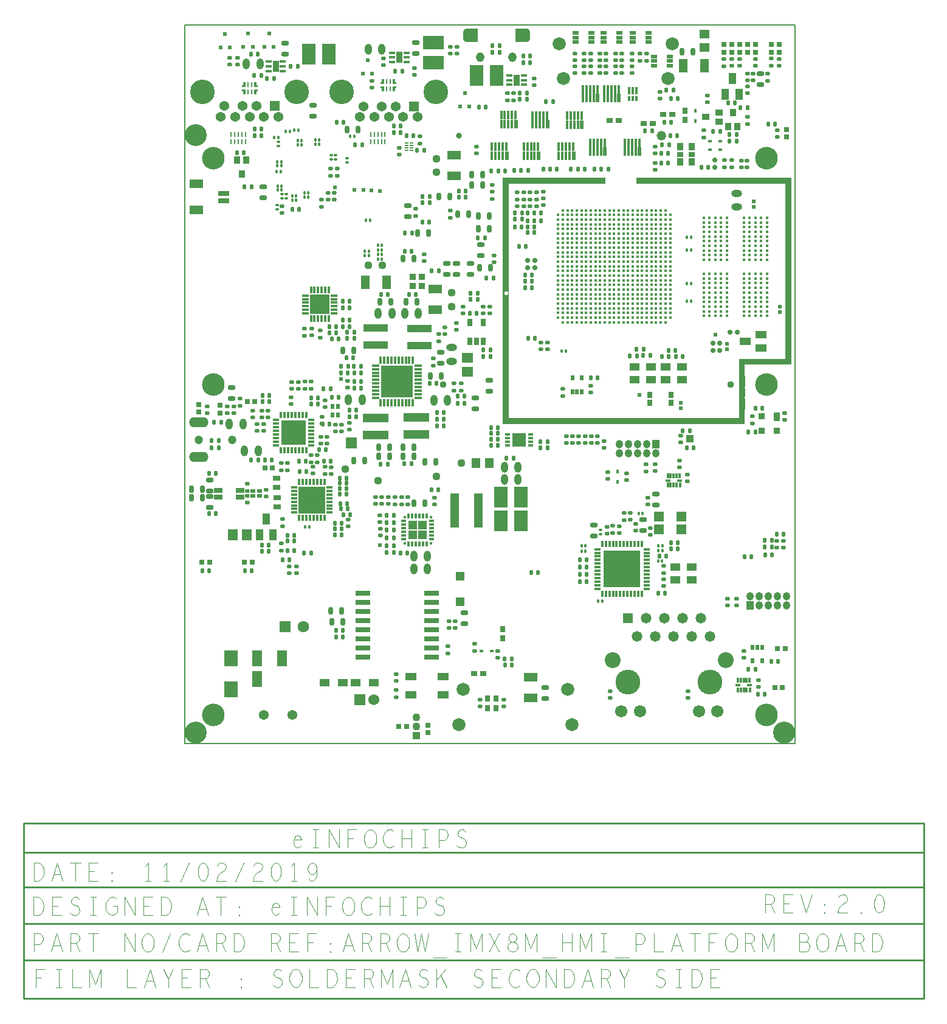
<source format=gbr>
G04 ================== begin FILE IDENTIFICATION RECORD ==================*
G04 Layout Name:  EI_ARROW_IMX8M_HMI_PLATFORM_17_00666_02.brd*
G04 Film Name:    smb.gbr*
G04 File Format:  Gerber RS274X*
G04 File Origin:  Cadence Allegro 17.2-P019*
G04 Origin Date:  Mon Feb 11 12:30:38 2019*
G04 *
G04 Layer:  DRAWING FORMAT/SMB*
G04 Layer:  DRAWING FORMAT/FILM_LABEL_OUTLINE*
G04 Layer:  PACKAGE GEOMETRY/SOLDERMASK_BOTTOM*
G04 Layer:  VIA CLASS/SOLDERMASK_BOTTOM*
G04 Layer:  DRAWING FORMAT/FILM_TITLE_BLOCK*
G04 Layer:  PIN/SOLDERMASK_BOTTOM*
G04 Layer:  BOARD GEOMETRY/OUTLINE*
G04 Layer:  BOARD GEOMETRY/SOLDERMASK_BOTTOM*
G04 *
G04 Offset:    (0.00 0.00)*
G04 Mirror:    No*
G04 Mode:      Positive*
G04 Rotation:  0*
G04 FullContactRelief:  No*
G04 UndefLineWidth:     7.00*
G04 ================== end FILE IDENTIFICATION RECORD ====================*
%FSLAX25Y25*MOIN*%
%IR0*IPPOS*OFA0.00000B0.00000*MIA0B0*SFA1.00000B1.00000*%
%ADD16O,.106X.055*%
%AMMACRO103*
4,1,21,.0185,-.0075,
.0185,.0075,
-.011,.0075,
-.012302,.007386,
-.013565,.007048,
-.01475,.006495,
-.015821,.005745,
-.016745,.004821,
-.017495,.00375,
-.018048,.002565,
-.018386,.001302,
-.0185,0.0,
-.018386,-.001302,
-.018048,-.002565,
-.017495,-.00375,
-.016745,-.004821,
-.015821,-.005745,
-.01475,-.006495,
-.013565,-.007048,
-.012302,-.007386,
-.011,-.0075,
.0185,-.0075,
0.0*
%
%ADD103MACRO103*%
%AMMACRO102*
4,1,21,-.0075,-.0185,
.0075,-.0185,
.0075,.011,
.007386,.012302,
.007048,.013565,
.006495,.01475,
.005745,.015821,
.004821,.016745,
.00375,.017495,
.002565,.018048,
.001302,.018386,
0.0,.0185,
-.001302,.018386,
-.002565,.018048,
-.00375,.017495,
-.004821,.016745,
-.005745,.015821,
-.006495,.01475,
-.007048,.013565,
-.007386,.012302,
-.0075,.011,
-.0075,-.0185,
0.0*
%
%ADD102MACRO102*%
%ADD97R,.022X.009*%
%ADD30R,.138X.042*%
%AMMACRO105*
4,1,24,.01722,.0374,
-.04085,.0374,
-.04085,-.0374,
.01722,-.0374,
.021322,-.037042,
.0253,-.035978,
.029033,-.034239,
.032406,-.031878,
.035319,-.028967,
.037682,-.025594,
.039423,-.021863,
.04049,-.017886,
.04085,-.013784,
.04085,-.01378,
.04085,.01378,
.040491,.017882,
.039424,.021859,
.037684,.025591,
.035321,.028964,
.032409,.031875,
.029036,.034237,
.025303,.035976,
.021326,.037042,
.017224,.0374,
.01722,.0374,
0.0*
%
%ADD105MACRO105*%
%ADD96R,.023X.009*%
%ADD91R,.116X.074*%
%ADD77C,.032*%
%ADD138C,.015*%
%ADD55C,.06*%
%ADD33R,.074X.116*%
%ADD26C,.024*%
%ADD135C,.052*%
%ADD139C,.017*%
%ADD28C,.044*%
%ADD52C,.072*%
%ADD31R,.05X.188*%
%ADD25C,.063*%
%ADD19C,.054*%
%ADD14C,.037*%
%ADD92C,.029*%
%ADD64C,.04331*%
%ADD17C,.047*%
%ADD127C,.067*%
%ADD125C,.058*%
%ADD54R,.06X.06*%
%ADD128C,.087*%
%ADD41R,.017X.017*%
%ADD114R,.036X.036*%
%ADD79R,.054X.054*%
%ADD24R,.063X.063*%
%ADD63R,.04331X.04331*%
%ADD124R,.058X.058*%
%ADD50R,.076X.076*%
%ADD42R,.0473X.0473*%
%AMMACRO85*
4,1,6,.00988,-.01381,
.00988,.01381,
-.002,.01381,
-.002,-.00193,
-.00987,-.00193,
-.00987,-.01381,
.00988,-.01381,
0.0*
%
%ADD85MACRO85*%
%AMMACRO59*
4,1,21,-.018,-.007,
.011,-.007,
.012216,-.006894,
.013394,-.006578,
.0145,-.006062,
.0155,-.005362,
.016362,-.0045,
.017062,-.0035,
.017578,-.002394,
.017894,-.001216,
.018,0.0,
.017894,.001216,
.017578,.002394,
.017062,.0035,
.016362,.0045,
.0155,.005362,
.0145,.006062,
.013394,.006578,
.012216,.006894,
.011,.007,
-.018,.007,
-.018,-.007,
0.0*
%
%ADD59MACRO59*%
%AMMACRO58*
4,1,21,.007,-.018,
.007,.011,
.006894,.012216,
.006578,.013394,
.006062,.0145,
.005362,.0155,
.0045,.016362,
.0035,.017062,
.002394,.017578,
.001216,.017894,
0.0,.018,
-.001216,.017894,
-.002394,.017578,
-.0035,.017062,
-.0045,.016362,
-.005362,.0155,
-.006062,.0145,
-.006578,.013394,
-.006894,.012216,
-.007,.011,
-.007,-.018,
.007,-.018,
0.0*
%
%ADD58MACRO58*%
%ADD131R,.00787X.01575*%
%ADD29R,.13976X.04528*%
%AMMACRO86*
4,1,6,-.00988,.01381,
-.00988,.00193,
-.00201,.00193,
-.00201,-.01381,
.00987,-.01381,
.00987,.01381,
-.00988,.01381,
0.0*
%
%ADD86MACRO86*%
%ADD119R,.03X.012*%
%ADD118R,.012X.03*%
%ADD82R,.011X.031*%
%ADD43R,.013X.031*%
%ADD44R,.031X.013*%
%ADD120R,.024X.022*%
%ADD51R,.031X.015*%
%ADD129R,.02X.027*%
%ADD117R,.016X.03*%
%ADD35O,.027X.023*%
%ADD113O,.041X.045*%
%ADD110R,.033X.015*%
%AMMACRO101*
4,1,21,-.0185,.0075,
-.0185,-.0075,
.011,-.0075,
.012302,-.007386,
.013565,-.007048,
.01475,-.006495,
.015821,-.005745,
.016745,-.004821,
.017495,-.00375,
.018048,-.002565,
.018386,-.001302,
.0185,0.0,
.018386,.001302,
.018048,.002565,
.017495,.00375,
.016745,.004821,
.015821,.005745,
.01475,.006495,
.013565,.007048,
.012302,.007386,
.011,.0075,
-.0185,.0075,
0.0*
%
%ADD101MACRO101*%
%AMMACRO100*
4,1,21,.0075,.0185,
-.0075,.0185,
-.0075,-.011,
-.007386,-.012302,
-.007048,-.013565,
-.006495,-.01475,
-.005745,-.015821,
-.004821,-.016745,
-.00375,-.017495,
-.002565,-.018048,
-.001302,-.018386,
0.0,-.0185,
.001302,-.018386,
.002565,-.018048,
.00375,-.017495,
.004821,-.016745,
.005745,-.015821,
.006495,-.01475,
.007048,-.013565,
.007386,-.012302,
.0075,-.011,
.0075,.0185,
0.0*
%
%ADD100MACRO100*%
%ADD67R,.025X.023*%
%ADD47C,.12*%
%ADD34O,.023X.027*%
%ADD111R,.015X.033*%
%ADD37O,.043X.027*%
%ADD115R,.036X.05*%
%ADD93O,.018X.017*%
%ADD62R,.023X.027*%
%ADD36O,.027X.043*%
%ADD112R,.041X.045*%
%ADD73R,.031X.038*%
%ADD32O,.017X.018*%
%ADD116R,.052X.054*%
%ADD94R,.032X.037*%
%ADD90R,.019X.023*%
%ADD81R,.0204X.045*%
%ADD80R,.015X.045*%
%ADD72R,.038X.031*%
%ADD49R,.035X.062*%
%ADD38R,.074X.05*%
%ADD27C,.124*%
%ADD134R,.039X.032*%
%ADD123R,.062X.035*%
%ADD95R,.05X.074*%
%ADD75R,.027X.043*%
%ADD65R,.043X.028*%
%ADD136R,.034X.019*%
%ADD130R,.017X.019*%
%ADD78C,.135*%
%ADD76R,.032X.039*%
%ADD22R,.029X.025*%
%ADD126C,.136*%
%AMMACRO106*
4,1,24,-.01722,-.0374,
.04085,-.0374,
.04085,.0374,
-.01722,.0374,
-.021322,.037042,
-.0253,.035978,
-.029033,.034239,
-.032406,.031878,
-.035319,.028967,
-.037682,.025594,
-.039423,.021863,
-.04049,.017886,
-.04085,.013784,
-.04085,.01378,
-.04085,-.01378,
-.040491,-.017882,
-.039424,-.021859,
-.037684,-.025591,
-.035321,-.028964,
-.032409,-.031875,
-.029036,-.034237,
-.025303,-.035976,
-.021326,-.037042,
-.017224,-.0374,
-.01722,-.0374,
0.0*
%
%ADD106MACRO106*%
%ADD98R,.063X.028*%
%ADD71R,.019X.017*%
%ADD56R,.052X.039*%
%ADD48R,.035X.047*%
%ADD45R,.063X.055*%
%ADD21R,.025X.029*%
%ADD122R,.047X.035*%
%ADD121R,.028X.036*%
%ADD109R,.202X.202*%
%ADD53R,.061X.039*%
%ADD46R,.055X.063*%
%ADD15R,.082X.027*%
%ADD107R,.059X.044*%
%ADD104O,.04631X.05221*%
%ADD39O,.059X.038*%
%ADD137R,.058X.046*%
%ADD40O,.038X.059*%
%ADD20R,.073X.085*%
%ADD10R,.044X.059*%
%ADD140R,.01284X.0404*%
%ADD99R,.107X.107*%
%ADD23R,.046X.058*%
%ADD12R,.03843X.015*%
%ADD13R,.015X.03843*%
%ADD132R,.03646X.043*%
%ADD18R,.056X.087*%
%ADD61R,.137X.137*%
%ADD11R,.173X.173*%
%ADD133R,.03646X.027*%
%ADD83R,.01087X.02662*%
%ADD89R,.03646X.06009*%
%ADD88R,.03253X.01678*%
%AMMACRO87*
4,1,6,-.00988,.01381,
-.00988,-.01381,
.002,-.01381,
.002,.00193,
.00987,.00193,
.00987,.01381,
-.00988,.01381,
0.0*
%
%ADD87MACRO87*%
%ADD74R,.04724X.04528*%
%ADD70R,.03765X.01581*%
%ADD69R,.01581X.03765*%
%ADD108R,.05315X.04488*%
%ADD66R,.04528X.02756*%
%ADD141R,.01284X.02859*%
%ADD68R,.14867X.14867*%
%AMMACRO60*
4,1,21,-.007,.018,
-.007,-.011,
-.006894,-.012216,
-.006578,-.013394,
-.006062,-.0145,
-.005362,-.0155,
-.0045,-.016362,
-.0035,-.017062,
-.002394,-.017578,
-.001216,-.017894,
0.0,-.018,
.001216,-.017894,
.002394,-.017578,
.0035,-.017062,
.0045,-.016362,
.005362,-.0155,
.006062,-.0145,
.006578,-.013394,
.006894,-.012216,
.007,-.011,
.007,.018,
-.007,.018,
0.0*
%
%ADD60MACRO60*%
%AMMACRO57*
4,1,21,.018,.007,
-.011,.007,
-.012216,.006894,
-.013394,.006578,
-.0145,.006062,
-.0155,.005362,
-.016362,.0045,
-.017062,.0035,
-.017578,.002394,
-.017894,.001216,
-.018,0.0,
-.017894,-.001216,
-.017578,-.002394,
-.017062,-.0035,
-.016362,-.0045,
-.0155,-.005362,
-.0145,-.006062,
-.013394,-.006578,
-.012216,-.006894,
-.011,-.007,
.018,-.007,
.018,.007,
0.0*
%
%ADD57MACRO57*%
%AMMACRO84*
4,1,6,.00988,-.01381,
.00988,-.00193,
.00201,-.00193,
.00201,.01381,
-.00987,.01381,
-.00987,-.01381,
.00988,-.01381,
0.0*
%
%ADD84MACRO84*%
%ADD142C,.01*%
%ADD143C,.004*%
%ADD144C,.007*%
%ADD145C,.02164*%
G75*
%LPD*%
G75*
G36*
G01X174300Y175200D02*
Y310000D01*
X230700D01*
Y306800D01*
X177600D01*
Y178400D01*
X303900D01*
Y210900D01*
X329300D01*
Y306800D01*
X247600D01*
Y310000D01*
X332500D01*
Y207700D01*
X307100D01*
Y175200D01*
X174300D01*
G37*
G36*
G01X274900Y169100D02*
Y165000D01*
X278800D01*
Y169100D01*
X274900D01*
G37*
%LPC*%
G75*
G54D145*
X176200Y246600D03*
%LPD*%
G75*
G54D100*
X78960Y248280D03*
X76992D03*
X75023D03*
X73055D03*
X71086D03*
X69118D03*
G54D101*
X66362Y245524D03*
Y243556D03*
Y241587D03*
Y239619D03*
Y237650D03*
Y235682D03*
G54D110*
X253241Y84873D03*
Y86842D03*
Y88810D03*
Y90779D03*
Y92747D03*
Y94716D03*
Y96684D03*
Y98653D03*
Y100621D03*
Y102590D03*
Y104558D03*
Y106527D03*
X226159D03*
Y104558D03*
Y102590D03*
Y100621D03*
Y98653D03*
Y96684D03*
Y94716D03*
Y92747D03*
Y90779D03*
Y88810D03*
Y86842D03*
Y84873D03*
G54D111*
X250527Y109241D03*
X248558D03*
X246590D03*
X244621D03*
X242653D03*
X240684D03*
X238716D03*
X236747D03*
X234779D03*
X232810D03*
X230842D03*
X228873D03*
Y82159D03*
X230842D03*
X232810D03*
X234779D03*
X236747D03*
X238716D03*
X240684D03*
X242653D03*
X244621D03*
X246590D03*
X248558D03*
X250527D03*
G54D120*
X271900Y186676D03*
Y183724D03*
X297400Y216024D03*
Y218976D03*
X326300Y239276D03*
Y236324D03*
X311900Y294024D03*
Y296976D03*
G54D102*
X69118Y232926D03*
X71086D03*
X73055D03*
X75023D03*
X76992D03*
X78960D03*
G54D10*
X40900Y114291D03*
X48380D03*
X44640Y122951D03*
X296429Y355766D03*
X303909D03*
X300169Y364426D03*
G54D121*
X266717Y191049D03*
X254869D03*
X266717Y186667D03*
X254869D03*
G54D130*
X237300Y143245D03*
Y148955D03*
X279945Y341014D03*
Y346724D03*
G54D112*
X258116Y163983D03*
X309831Y75581D03*
G54D103*
X81716Y235682D03*
Y237650D03*
Y239619D03*
Y241587D03*
Y243556D03*
Y245524D03*
G54D11*
X116200Y198300D03*
G54D140*
X247568Y357570D03*
X245600D03*
X243632D03*
G54D20*
X25400Y29600D03*
Y46800D03*
G54D104*
X179610Y376168D03*
X162090D03*
G54D122*
X212349Y176801D03*
X268849D03*
X209849Y308401D03*
X268849D03*
G54D113*
X253116Y163983D03*
X248116D03*
X243116D03*
X238116D03*
X258116Y158983D03*
X253116D03*
X248116D03*
X243116D03*
X238116D03*
X314831Y75581D03*
X319831D03*
X324831D03*
X329831D03*
X309831Y80581D03*
X314831D03*
X319831D03*
X324831D03*
X329831D03*
G54D131*
X275458Y165988D03*
X276836D03*
X278214D03*
Y168154D03*
X276836D03*
X275458D03*
G54D141*
X243632Y353239D03*
X245600D03*
X247568D03*
G54D132*
X271650Y327034D03*
Y318766D03*
X277950D03*
Y327034D03*
G54D12*
X127921Y189442D03*
Y191410D03*
Y193379D03*
Y195347D03*
Y197316D03*
Y199284D03*
Y201253D03*
Y203221D03*
Y205190D03*
Y207158D03*
X104479D03*
Y205190D03*
Y203221D03*
Y201253D03*
Y199284D03*
Y197316D03*
Y195347D03*
Y193379D03*
Y191410D03*
Y189442D03*
G54D21*
X36804Y99400D03*
X32596D03*
X13504Y99500D03*
X9296D03*
X48004Y151200D03*
X43796D03*
X34196Y187500D03*
X38404D03*
X117296Y9400D03*
X121504D03*
X323544Y30652D03*
X327752D03*
X325010Y52048D03*
X329218D03*
G54D123*
X206050Y176801D03*
X218648D03*
X262550D03*
X275148D03*
X203550Y308401D03*
X216148D03*
X262550D03*
X275148D03*
G54D114*
X324645Y171473D03*
X316357D03*
Y179373D03*
G54D105*
X185171Y387979D03*
G54D30*
X128463Y218145D03*
X104563Y218345D03*
X128463Y227475D03*
X104563Y227675D03*
G54D142*
G01X-88521Y-43540D02*
Y-139740D01*
G01D02*
X386979D01*
G01X-88521Y-118740D02*
X405279D01*
G01X-88521Y-98740D02*
X405279D01*
G01X-88521Y-78740D02*
X405279D01*
G01X-88521Y-59540D02*
X405279D01*
G01X-88521Y-43540D02*
X386979D01*
G01X386179Y-139740D02*
X405279D01*
Y-43540D01*
X385879D01*
G54D133*
X271650Y322900D03*
X277950D03*
G54D13*
X125058Y210021D03*
X123090D03*
X121121D03*
X119153D03*
X117184D03*
X115216D03*
X113247D03*
X111279D03*
X109310D03*
X107342D03*
Y186579D03*
X109310D03*
X111279D03*
X113247D03*
X115216D03*
X117184D03*
X119153D03*
X121121D03*
X123090D03*
X125058D03*
G54D40*
X89727Y188377D03*
X97207D03*
X144099Y188103D03*
X136619D03*
X24360Y175200D03*
X31840D03*
X40180Y160550D03*
X32700D03*
X125460Y102850D03*
X132940D03*
X125460Y95850D03*
X132940D03*
X182640Y151300D03*
X175160D03*
X182640Y144600D03*
X175160D03*
X120527Y235793D03*
X128007D03*
X113499Y235803D03*
X106019D03*
X100477Y380384D03*
X107957D03*
X33660Y372550D03*
X41140D03*
G54D106*
X156529Y387979D03*
G54D22*
X19200Y185304D03*
Y181096D03*
X7682Y185835D03*
Y181627D03*
X133400Y10204D03*
Y5996D03*
X295600Y382904D03*
Y378696D03*
X300000Y382904D03*
Y378696D03*
X304300Y382904D03*
Y378696D03*
X312900Y383004D03*
Y378796D03*
X321600Y383004D03*
Y378796D03*
X326000Y383004D03*
Y378796D03*
X330000Y336504D03*
Y332296D03*
X308611Y382935D03*
Y378727D03*
G54D115*
X324645Y178967D03*
G54D124*
X243100Y68787D03*
G54D31*
X147784Y127800D03*
X160816D03*
G54D143*
G01X-81592Y-133450D02*
Y-123450D01*
X-76842D01*
G01X-78592Y-128283D02*
X-81592D01*
G01X-70717Y-123450D02*
X-67717D01*
G01X-69217D02*
Y-133450D01*
G01X-70717D02*
X-67717D01*
G01X-61717Y-123450D02*
Y-133450D01*
X-56717D01*
G01X-52467D02*
Y-123450D01*
X-49217Y-131783D01*
X-45967Y-123450D01*
Y-133450D01*
G01X-31717Y-123450D02*
Y-133450D01*
X-26717D01*
G01X-22342D02*
X-19217Y-123450D01*
X-16092Y-133450D01*
G01X-17217Y-129950D02*
X-21217D01*
G01X-9217Y-133450D02*
Y-128950D01*
X-11717Y-123450D01*
G01X-6717D02*
X-9217Y-128950D01*
G01X3283Y-133450D02*
X-1717D01*
Y-123450D01*
X3283D01*
G01X1283Y-128283D02*
X-1717D01*
G01X8283Y-133450D02*
Y-123450D01*
X11408D01*
X12408Y-123950D01*
X13033Y-124617D01*
X13283Y-125950D01*
X13033Y-127283D01*
X12283Y-128117D01*
X11408Y-128617D01*
X8283D01*
G01X11408D02*
X13283Y-133450D01*
G01X30783Y-133783D02*
X30533Y-133617D01*
Y-133283D01*
X30783Y-133117D01*
X31033Y-133283D01*
Y-133617D01*
X30783Y-133783D01*
G01Y-129284D02*
X30533Y-129117D01*
Y-128783D01*
X30783Y-128617D01*
X31033Y-128783D01*
Y-129117D01*
X30783Y-129284D01*
G01X48158Y-132117D02*
X49158Y-132950D01*
X50283Y-133450D01*
X51283D01*
X52283Y-132950D01*
X53033Y-132117D01*
X53408Y-130950D01*
X53158Y-129784D01*
X52533Y-128783D01*
X51408Y-128117D01*
X49908Y-127783D01*
X49033Y-127117D01*
X48658Y-125950D01*
X48908Y-124783D01*
X49533Y-123950D01*
X50408Y-123450D01*
X51283D01*
X52158Y-123783D01*
X52908Y-124617D01*
G01X60783Y-133450D02*
X59783Y-133283D01*
X58908Y-132617D01*
X58158Y-131617D01*
X57658Y-130450D01*
X57408Y-129117D01*
Y-127783D01*
X57658Y-126450D01*
X58158Y-125283D01*
X58908Y-124283D01*
X59783Y-123617D01*
X60783Y-123450D01*
X61783Y-123617D01*
X62658Y-124283D01*
X63408Y-125283D01*
X63908Y-126450D01*
X64158Y-127783D01*
Y-129117D01*
X63908Y-130450D01*
X63408Y-131617D01*
X62658Y-132617D01*
X61783Y-133283D01*
X60783Y-133450D01*
G01X68283Y-123450D02*
Y-133450D01*
X73283D01*
G01X78033D02*
Y-123450D01*
X80533D01*
X81533Y-123950D01*
X82283Y-124617D01*
X82908Y-125617D01*
X83408Y-126784D01*
X83533Y-128450D01*
X83408Y-130117D01*
X82908Y-131283D01*
X82283Y-132284D01*
X81533Y-132950D01*
X80533Y-133450D01*
X78033D01*
G01X93283D02*
X88283D01*
Y-123450D01*
X93283D01*
G01X91283Y-128283D02*
X88283D01*
G01X98283Y-133450D02*
Y-123450D01*
X101408D01*
X102408Y-123950D01*
X103033Y-124617D01*
X103283Y-125950D01*
X103033Y-127283D01*
X102283Y-128117D01*
X101408Y-128617D01*
X98283D01*
G01X101408D02*
X103283Y-133450D01*
G01X107533D02*
Y-123450D01*
X110783Y-131783D01*
X114033Y-123450D01*
Y-133450D01*
G01X117658D02*
X120783Y-123450D01*
X123908Y-133450D01*
G01X122783Y-129950D02*
X118783D01*
G01X128158Y-132117D02*
X129158Y-132950D01*
X130283Y-133450D01*
X131283D01*
X132283Y-132950D01*
X133033Y-132117D01*
X133408Y-130950D01*
X133158Y-129784D01*
X132533Y-128783D01*
X131408Y-128117D01*
X129908Y-127783D01*
X129033Y-127117D01*
X128658Y-125950D01*
X128908Y-124783D01*
X129533Y-123950D01*
X130408Y-123450D01*
X131283D01*
X132158Y-123783D01*
X132908Y-124617D01*
G01X138033Y-133450D02*
Y-123450D01*
G01X142783D02*
X138033Y-129617D01*
G01X143533Y-133450D02*
X140158Y-126784D01*
G01X158158Y-132117D02*
X159158Y-132950D01*
X160283Y-133450D01*
X161283D01*
X162283Y-132950D01*
X163033Y-132117D01*
X163408Y-130950D01*
X163158Y-129784D01*
X162533Y-128783D01*
X161408Y-128117D01*
X159908Y-127783D01*
X159033Y-127117D01*
X158658Y-125950D01*
X158908Y-124783D01*
X159533Y-123950D01*
X160408Y-123450D01*
X161283D01*
X162158Y-123783D01*
X162908Y-124617D01*
G01X173283Y-133450D02*
X168283D01*
Y-123450D01*
X173283D01*
G01X171283Y-128283D02*
X168283D01*
G01X183533Y-124283D02*
X182783Y-123783D01*
X181908Y-123450D01*
X180908D01*
X179783Y-123950D01*
X178908Y-124783D01*
X178283Y-125783D01*
X177783Y-127450D01*
X177658Y-128950D01*
X177908Y-130450D01*
X178283Y-131450D01*
X179033Y-132450D01*
X179908Y-133117D01*
X180783Y-133450D01*
X181658D01*
X182533Y-133117D01*
X183283Y-132617D01*
X183908Y-131950D01*
G01X190783Y-133450D02*
X189783Y-133283D01*
X188908Y-132617D01*
X188158Y-131617D01*
X187658Y-130450D01*
X187408Y-129117D01*
Y-127783D01*
X187658Y-126450D01*
X188158Y-125283D01*
X188908Y-124283D01*
X189783Y-123617D01*
X190783Y-123450D01*
X191783Y-123617D01*
X192658Y-124283D01*
X193408Y-125283D01*
X193908Y-126450D01*
X194158Y-127783D01*
Y-129117D01*
X193908Y-130450D01*
X193408Y-131617D01*
X192658Y-132617D01*
X191783Y-133283D01*
X190783Y-133450D01*
G01X197908D02*
Y-123450D01*
X203658Y-133450D01*
Y-123450D01*
G01X208033Y-133450D02*
Y-123450D01*
X210533D01*
X211533Y-123950D01*
X212283Y-124617D01*
X212908Y-125617D01*
X213408Y-126784D01*
X213533Y-128450D01*
X213408Y-130117D01*
X212908Y-131283D01*
X212283Y-132284D01*
X211533Y-132950D01*
X210533Y-133450D01*
X208033D01*
G01X217658D02*
X220783Y-123450D01*
X223908Y-133450D01*
G01X222783Y-129950D02*
X218783D01*
G01X228283Y-133450D02*
Y-123450D01*
X231408D01*
X232408Y-123950D01*
X233033Y-124617D01*
X233283Y-125950D01*
X233033Y-127283D01*
X232283Y-128117D01*
X231408Y-128617D01*
X228283D01*
G01X231408D02*
X233283Y-133450D01*
G01X240783D02*
Y-128950D01*
X238283Y-123450D01*
G01X243283D02*
X240783Y-128950D01*
G01X258158Y-132117D02*
X259158Y-132950D01*
X260283Y-133450D01*
X261283D01*
X262283Y-132950D01*
X263033Y-132117D01*
X263408Y-130950D01*
X263158Y-129784D01*
X262533Y-128783D01*
X261408Y-128117D01*
X259908Y-127783D01*
X259033Y-127117D01*
X258658Y-125950D01*
X258908Y-124783D01*
X259533Y-123950D01*
X260408Y-123450D01*
X261283D01*
X262158Y-123783D01*
X262908Y-124617D01*
G01X269283Y-123450D02*
X272283D01*
G01X270783D02*
Y-133450D01*
G01X269283D02*
X272283D01*
G01X278033D02*
Y-123450D01*
X280533D01*
X281533Y-123950D01*
X282283Y-124617D01*
X282908Y-125617D01*
X283408Y-126784D01*
X283533Y-128450D01*
X283408Y-130117D01*
X282908Y-131283D01*
X282283Y-132284D01*
X281533Y-132950D01*
X280533Y-133450D01*
X278033D01*
G01X293283D02*
X288283D01*
Y-123450D01*
X293283D01*
G01X291283Y-128283D02*
X288283D01*
G01X-82771Y-114040D02*
Y-104040D01*
X-79771D01*
X-78771Y-104540D01*
X-78021Y-105707D01*
X-77771Y-107040D01*
X-78021Y-108373D01*
X-78646Y-109373D01*
X-79771Y-109874D01*
X-82771D01*
G01X-73396Y-114040D02*
X-70271Y-104040D01*
X-67146Y-114040D01*
G01X-68271Y-110540D02*
X-72271D01*
G01X-62771Y-114040D02*
Y-104040D01*
X-59646D01*
X-58646Y-104540D01*
X-58021Y-105207D01*
X-57771Y-106540D01*
X-58021Y-107873D01*
X-58771Y-108707D01*
X-59646Y-109207D01*
X-62771D01*
G01X-59646D02*
X-57771Y-114040D01*
G01X-50271Y-104040D02*
Y-114040D01*
G01X-53146Y-104040D02*
X-47396D01*
G01X-33146Y-114040D02*
Y-104040D01*
X-27396Y-114040D01*
Y-104040D01*
G01X-20271Y-114040D02*
X-21271Y-113873D01*
X-22146Y-113207D01*
X-22896Y-112207D01*
X-23396Y-111040D01*
X-23646Y-109707D01*
Y-108373D01*
X-23396Y-107040D01*
X-22896Y-105873D01*
X-22146Y-104873D01*
X-21271Y-104207D01*
X-20271Y-104040D01*
X-19271Y-104207D01*
X-18396Y-104873D01*
X-17646Y-105873D01*
X-17146Y-107040D01*
X-16896Y-108373D01*
Y-109707D01*
X-17146Y-111040D01*
X-17646Y-112207D01*
X-18396Y-113207D01*
X-19271Y-113873D01*
X-20271Y-114040D01*
G01X-12521Y-114373D02*
X-8021Y-104040D01*
G01X2479Y-104873D02*
X1729Y-104373D01*
X854Y-104040D01*
X-146D01*
X-1271Y-104540D01*
X-2146Y-105373D01*
X-2771Y-106373D01*
X-3271Y-108040D01*
X-3396Y-109540D01*
X-3146Y-111040D01*
X-2771Y-112040D01*
X-2021Y-113040D01*
X-1146Y-113707D01*
X-271Y-114040D01*
X604D01*
X1479Y-113707D01*
X2229Y-113207D01*
X2854Y-112540D01*
G01X6604Y-114040D02*
X9729Y-104040D01*
X12854Y-114040D01*
G01X11729Y-110540D02*
X7729D01*
G01X17229Y-114040D02*
Y-104040D01*
X20354D01*
X21354Y-104540D01*
X21979Y-105207D01*
X22229Y-106540D01*
X21979Y-107873D01*
X21229Y-108707D01*
X20354Y-109207D01*
X17229D01*
G01X20354D02*
X22229Y-114040D01*
G01X26979D02*
Y-104040D01*
X29479D01*
X30479Y-104540D01*
X31229Y-105207D01*
X31854Y-106207D01*
X32354Y-107374D01*
X32479Y-109040D01*
X32354Y-110707D01*
X31854Y-111873D01*
X31229Y-112874D01*
X30479Y-113540D01*
X29479Y-114040D01*
X26979D01*
G01X47229D02*
Y-104040D01*
X50354D01*
X51354Y-104540D01*
X51979Y-105207D01*
X52229Y-106540D01*
X51979Y-107873D01*
X51229Y-108707D01*
X50354Y-109207D01*
X47229D01*
G01X50354D02*
X52229Y-114040D01*
G01X62229D02*
X57229D01*
Y-104040D01*
X62229D01*
G01X60229Y-108873D02*
X57229D01*
G01X67354Y-114040D02*
Y-104040D01*
X72104D01*
G01X70354Y-108873D02*
X67354D01*
G01X79729Y-114373D02*
X79479Y-114207D01*
Y-113873D01*
X79729Y-113707D01*
X79979Y-113873D01*
Y-114207D01*
X79729Y-114373D01*
G01Y-109874D02*
X79479Y-109707D01*
Y-109373D01*
X79729Y-109207D01*
X79979Y-109373D01*
Y-109707D01*
X79729Y-109874D01*
G01X86604Y-114040D02*
X89729Y-104040D01*
X92854Y-114040D01*
G01X91729Y-110540D02*
X87729D01*
G01X97229Y-114040D02*
Y-104040D01*
X100354D01*
X101354Y-104540D01*
X101979Y-105207D01*
X102229Y-106540D01*
X101979Y-107873D01*
X101229Y-108707D01*
X100354Y-109207D01*
X97229D01*
G01X100354D02*
X102229Y-114040D01*
G01X107229D02*
Y-104040D01*
X110354D01*
X111354Y-104540D01*
X111979Y-105207D01*
X112229Y-106540D01*
X111979Y-107873D01*
X111229Y-108707D01*
X110354Y-109207D01*
X107229D01*
G01X110354D02*
X112229Y-114040D01*
G01X119729D02*
X118729Y-113873D01*
X117854Y-113207D01*
X117104Y-112207D01*
X116604Y-111040D01*
X116354Y-109707D01*
Y-108373D01*
X116604Y-107040D01*
X117104Y-105873D01*
X117854Y-104873D01*
X118729Y-104207D01*
X119729Y-104040D01*
X120729Y-104207D01*
X121604Y-104873D01*
X122354Y-105873D01*
X122854Y-107040D01*
X123104Y-108373D01*
Y-109707D01*
X122854Y-111040D01*
X122354Y-112207D01*
X121604Y-113207D01*
X120729Y-113873D01*
X119729Y-114040D01*
G01X125979Y-104040D02*
X127729Y-114040D01*
X129729Y-104040D01*
X131729Y-114040D01*
X133479Y-104040D01*
G01X135979Y-117373D02*
X143479D01*
G01X148229Y-104040D02*
X151229D01*
G01X149729D02*
Y-114040D01*
G01X148229D02*
X151229D01*
G01X156479D02*
Y-104040D01*
X159729Y-112373D01*
X162979Y-104040D01*
Y-114040D01*
G01X167104D02*
X172354Y-104040D01*
G01X167104D02*
X172354Y-114040D01*
G01X179729D02*
X180604Y-113873D01*
X181604Y-113373D01*
X182229Y-112540D01*
X182479Y-111373D01*
X182229Y-110207D01*
X181479Y-109207D01*
X180354Y-108707D01*
X179104D01*
X178354Y-108373D01*
X177729Y-107540D01*
X177479Y-106373D01*
X177854Y-105207D01*
X178729Y-104373D01*
X179729Y-104040D01*
X180729Y-104373D01*
X181604Y-105207D01*
X181979Y-106373D01*
X181729Y-107540D01*
X181104Y-108373D01*
X180354Y-108707D01*
X179104D01*
X177979Y-109207D01*
X177229Y-110207D01*
X176979Y-111373D01*
X177229Y-112540D01*
X177854Y-113373D01*
X178854Y-113873D01*
X179729Y-114040D01*
G01X186479D02*
Y-104040D01*
X189729Y-112373D01*
X192979Y-104040D01*
Y-114040D01*
G01X195979Y-117373D02*
X203479D01*
G01X207104Y-114040D02*
Y-104040D01*
G01X212354D02*
Y-114040D01*
G01Y-109040D02*
X207104D01*
G01X216479Y-114040D02*
Y-104040D01*
X219729Y-112373D01*
X222979Y-104040D01*
Y-114040D01*
G01X228229Y-104040D02*
X231229D01*
G01X229729D02*
Y-114040D01*
G01X228229D02*
X231229D01*
G01X235979Y-117373D02*
X243479D01*
G01X247229Y-114040D02*
Y-104040D01*
X250229D01*
X251229Y-104540D01*
X251979Y-105707D01*
X252229Y-107040D01*
X251979Y-108373D01*
X251354Y-109373D01*
X250229Y-109874D01*
X247229D01*
G01X257229Y-104040D02*
Y-114040D01*
X262229D01*
G01X266604D02*
X269729Y-104040D01*
X272854Y-114040D01*
G01X271729Y-110540D02*
X267729D01*
G01X279729Y-104040D02*
Y-114040D01*
G01X276854Y-104040D02*
X282604D01*
G01X287354Y-114040D02*
Y-104040D01*
X292104D01*
G01X290354Y-108873D02*
X287354D01*
G01X299729Y-114040D02*
X298729Y-113873D01*
X297854Y-113207D01*
X297104Y-112207D01*
X296604Y-111040D01*
X296354Y-109707D01*
Y-108373D01*
X296604Y-107040D01*
X297104Y-105873D01*
X297854Y-104873D01*
X298729Y-104207D01*
X299729Y-104040D01*
X300729Y-104207D01*
X301604Y-104873D01*
X302354Y-105873D01*
X302854Y-107040D01*
X303104Y-108373D01*
Y-109707D01*
X302854Y-111040D01*
X302354Y-112207D01*
X301604Y-113207D01*
X300729Y-113873D01*
X299729Y-114040D01*
G01X307229D02*
Y-104040D01*
X310354D01*
X311354Y-104540D01*
X311979Y-105207D01*
X312229Y-106540D01*
X311979Y-107873D01*
X311229Y-108707D01*
X310354Y-109207D01*
X307229D01*
G01X310354D02*
X312229Y-114040D01*
G01X316479D02*
Y-104040D01*
X319729Y-112373D01*
X322979Y-104040D01*
Y-114040D01*
G01X340729Y-108707D02*
X341229Y-108207D01*
X341604Y-107374D01*
X341854Y-106207D01*
X341604Y-105207D01*
X341104Y-104540D01*
X340229Y-104040D01*
X336854D01*
Y-114040D01*
X340979D01*
X341854Y-113373D01*
X342354Y-112373D01*
X342604Y-111207D01*
X342354Y-110040D01*
X341604Y-109040D01*
X340729Y-108707D01*
X336854D01*
G01X349729Y-114040D02*
X348729Y-113873D01*
X347854Y-113207D01*
X347104Y-112207D01*
X346604Y-111040D01*
X346354Y-109707D01*
Y-108373D01*
X346604Y-107040D01*
X347104Y-105873D01*
X347854Y-104873D01*
X348729Y-104207D01*
X349729Y-104040D01*
X350729Y-104207D01*
X351604Y-104873D01*
X352354Y-105873D01*
X352854Y-107040D01*
X353104Y-108373D01*
Y-109707D01*
X352854Y-111040D01*
X352354Y-112207D01*
X351604Y-113207D01*
X350729Y-113873D01*
X349729Y-114040D01*
G01X356604D02*
X359729Y-104040D01*
X362854Y-114040D01*
G01X361729Y-110540D02*
X357729D01*
G01X367229Y-114040D02*
Y-104040D01*
X370354D01*
X371354Y-104540D01*
X371979Y-105207D01*
X372229Y-106540D01*
X371979Y-107873D01*
X371229Y-108707D01*
X370354Y-109207D01*
X367229D01*
G01X370354D02*
X372229Y-114040D01*
G01X376979D02*
Y-104040D01*
X379479D01*
X380479Y-104540D01*
X381229Y-105207D01*
X381854Y-106207D01*
X382354Y-107374D01*
X382479Y-109040D01*
X382354Y-110707D01*
X381854Y-111873D01*
X381229Y-112874D01*
X380479Y-113540D01*
X379479Y-114040D01*
X376979D01*
G01X-83021Y-94040D02*
Y-84040D01*
X-80521D01*
X-79521Y-84540D01*
X-78771Y-85207D01*
X-78146Y-86207D01*
X-77646Y-87374D01*
X-77521Y-89040D01*
X-77646Y-90707D01*
X-78146Y-91873D01*
X-78771Y-92874D01*
X-79521Y-93540D01*
X-80521Y-94040D01*
X-83021D01*
G01X-67771D02*
X-72771D01*
Y-84040D01*
X-67771D01*
G01X-69771Y-88873D02*
X-72771D01*
G01X-62896Y-92707D02*
X-61896Y-93540D01*
X-60771Y-94040D01*
X-59771D01*
X-58771Y-93540D01*
X-58021Y-92707D01*
X-57646Y-91540D01*
X-57896Y-90374D01*
X-58521Y-89373D01*
X-59646Y-88707D01*
X-61146Y-88373D01*
X-62021Y-87707D01*
X-62396Y-86540D01*
X-62146Y-85373D01*
X-61521Y-84540D01*
X-60646Y-84040D01*
X-59771D01*
X-58896Y-84373D01*
X-58146Y-85207D01*
G01X-51771Y-84040D02*
X-48771D01*
G01X-50271D02*
Y-94040D01*
G01X-51771D02*
X-48771D01*
G01X-39521Y-89040D02*
X-37021D01*
Y-92040D01*
X-37771Y-93040D01*
X-38646Y-93707D01*
X-39896Y-94040D01*
X-41146Y-93707D01*
X-42021Y-93040D01*
X-42771Y-92040D01*
X-43271Y-90873D01*
X-43521Y-89540D01*
Y-88373D01*
X-43271Y-87374D01*
X-42771Y-86207D01*
X-42021Y-85207D01*
X-41271Y-84540D01*
X-40271Y-84040D01*
X-39396D01*
X-38396Y-84373D01*
X-37646Y-85040D01*
G01X-33146Y-94040D02*
Y-84040D01*
X-27396Y-94040D01*
Y-84040D01*
G01X-17771Y-94040D02*
X-22771D01*
Y-84040D01*
X-17771D01*
G01X-19771Y-88873D02*
X-22771D01*
G01X-13021Y-94040D02*
Y-84040D01*
X-10521D01*
X-9521Y-84540D01*
X-8771Y-85207D01*
X-8146Y-86207D01*
X-7646Y-87374D01*
X-7521Y-89040D01*
X-7646Y-90707D01*
X-8146Y-91873D01*
X-8771Y-92874D01*
X-9521Y-93540D01*
X-10521Y-94040D01*
X-13021D01*
G01X6604D02*
X9729Y-84040D01*
X12854Y-94040D01*
G01X11729Y-90540D02*
X7729D01*
G01X19729Y-84040D02*
Y-94040D01*
G01X16854Y-84040D02*
X22604D01*
G01X29729Y-94373D02*
X29479Y-94207D01*
Y-93873D01*
X29729Y-93707D01*
X29979Y-93873D01*
Y-94207D01*
X29729Y-94373D01*
G01Y-89874D02*
X29479Y-89707D01*
Y-89373D01*
X29729Y-89207D01*
X29979Y-89373D01*
Y-89707D01*
X29729Y-89874D01*
G01X47854Y-89540D02*
X51854D01*
X51479Y-88373D01*
X50854Y-87707D01*
X49979Y-87374D01*
X49104Y-87540D01*
X48354Y-88040D01*
X47854Y-89207D01*
X47604Y-90207D01*
Y-91207D01*
X47854Y-92207D01*
X48479Y-93207D01*
X49229Y-93873D01*
X50104Y-94040D01*
X50979Y-93707D01*
X51854Y-92707D01*
G01X58229Y-84040D02*
X61229D01*
G01X59729D02*
Y-94040D01*
G01X58229D02*
X61229D01*
G01X66854D02*
Y-84040D01*
X72604Y-94040D01*
Y-84040D01*
G01X77354Y-94040D02*
Y-84040D01*
X82104D01*
G01X80354Y-88873D02*
X77354D01*
G01X89729Y-94040D02*
X88729Y-93873D01*
X87854Y-93207D01*
X87104Y-92207D01*
X86604Y-91040D01*
X86354Y-89707D01*
Y-88373D01*
X86604Y-87040D01*
X87104Y-85873D01*
X87854Y-84873D01*
X88729Y-84207D01*
X89729Y-84040D01*
X90729Y-84207D01*
X91604Y-84873D01*
X92354Y-85873D01*
X92854Y-87040D01*
X93104Y-88373D01*
Y-89707D01*
X92854Y-91040D01*
X92354Y-92207D01*
X91604Y-93207D01*
X90729Y-93873D01*
X89729Y-94040D01*
G01X102479Y-84873D02*
X101729Y-84373D01*
X100854Y-84040D01*
X99854D01*
X98729Y-84540D01*
X97854Y-85373D01*
X97229Y-86373D01*
X96729Y-88040D01*
X96604Y-89540D01*
X96854Y-91040D01*
X97229Y-92040D01*
X97979Y-93040D01*
X98854Y-93707D01*
X99729Y-94040D01*
X100604D01*
X101479Y-93707D01*
X102229Y-93207D01*
X102854Y-92540D01*
G01X107104Y-94040D02*
Y-84040D01*
G01X112354D02*
Y-94040D01*
G01Y-89040D02*
X107104D01*
G01X118229Y-84040D02*
X121229D01*
G01X119729D02*
Y-94040D01*
G01X118229D02*
X121229D01*
G01X127229D02*
Y-84040D01*
X130229D01*
X131229Y-84540D01*
X131979Y-85707D01*
X132229Y-87040D01*
X131979Y-88373D01*
X131354Y-89373D01*
X130229Y-89874D01*
X127229D01*
G01X137104Y-92707D02*
X138104Y-93540D01*
X139229Y-94040D01*
X140229D01*
X141229Y-93540D01*
X141979Y-92707D01*
X142354Y-91540D01*
X142104Y-90374D01*
X141479Y-89373D01*
X140354Y-88707D01*
X138854Y-88373D01*
X137979Y-87707D01*
X137604Y-86540D01*
X137854Y-85373D01*
X138479Y-84540D01*
X139354Y-84040D01*
X140229D01*
X141104Y-84373D01*
X141854Y-85207D01*
G01X-82850Y-75234D02*
Y-65234D01*
X-80350D01*
X-79350Y-65734D01*
X-78600Y-66401D01*
X-77975Y-67401D01*
X-77475Y-68568D01*
X-77350Y-70234D01*
X-77475Y-71901D01*
X-77975Y-73067D01*
X-78600Y-74068D01*
X-79350Y-74734D01*
X-80350Y-75234D01*
X-82850D01*
G01X-73225D02*
X-70100Y-65234D01*
X-66975Y-75234D01*
G01X-68100Y-71734D02*
X-72100D01*
G01X-60100Y-65234D02*
Y-75234D01*
G01X-62975Y-65234D02*
X-57225D01*
G01X-47600Y-75234D02*
X-52600D01*
Y-65234D01*
X-47600D01*
G01X-49600Y-70067D02*
X-52600D01*
G01X-40100Y-75567D02*
X-40350Y-75401D01*
Y-75067D01*
X-40100Y-74901D01*
X-39850Y-75067D01*
Y-75401D01*
X-40100Y-75567D01*
G01Y-71068D02*
X-40350Y-70901D01*
Y-70567D01*
X-40100Y-70401D01*
X-39850Y-70567D01*
Y-70901D01*
X-40100Y-71068D01*
G01X-20100Y-75234D02*
Y-65234D01*
X-21600Y-67234D01*
G01Y-75234D02*
X-18600D01*
G01X-10100D02*
Y-65234D01*
X-11600Y-67234D01*
G01Y-75234D02*
X-8600D01*
G01X-2350Y-75567D02*
X2150Y-65234D01*
G01X9900D02*
X8900Y-65567D01*
X8150Y-66401D01*
X7650Y-67401D01*
X7275Y-68734D01*
X7150Y-70234D01*
X7275Y-71734D01*
X7650Y-73067D01*
X8150Y-74068D01*
X8900Y-74901D01*
X9900Y-75234D01*
X10900Y-74901D01*
X11650Y-74068D01*
X12150Y-73067D01*
X12525Y-71734D01*
X12650Y-70234D01*
X12525Y-68734D01*
X12150Y-67401D01*
X11650Y-66401D01*
X10900Y-65567D01*
X9900Y-65234D01*
G01X17525Y-66901D02*
X18275Y-65901D01*
X19150Y-65401D01*
X20150Y-65234D01*
X21400Y-65567D01*
X22275Y-66401D01*
X22525Y-67401D01*
X22400Y-68401D01*
X21900Y-69234D01*
X19400Y-70901D01*
X18275Y-72067D01*
X17525Y-73734D01*
X17275Y-75234D01*
X22525D01*
G01X27650Y-75567D02*
X32150Y-65234D01*
G01X37525Y-66901D02*
X38275Y-65901D01*
X39150Y-65401D01*
X40150Y-65234D01*
X41400Y-65567D01*
X42275Y-66401D01*
X42525Y-67401D01*
X42400Y-68401D01*
X41900Y-69234D01*
X39400Y-70901D01*
X38275Y-72067D01*
X37525Y-73734D01*
X37275Y-75234D01*
X42525D01*
G01X49900Y-65234D02*
X48900Y-65567D01*
X48150Y-66401D01*
X47650Y-67401D01*
X47275Y-68734D01*
X47150Y-70234D01*
X47275Y-71734D01*
X47650Y-73067D01*
X48150Y-74068D01*
X48900Y-74901D01*
X49900Y-75234D01*
X50900Y-74901D01*
X51650Y-74068D01*
X52150Y-73067D01*
X52525Y-71734D01*
X52650Y-70234D01*
X52525Y-68734D01*
X52150Y-67401D01*
X51650Y-66401D01*
X50900Y-65567D01*
X49900Y-65234D01*
G01X59900Y-75234D02*
Y-65234D01*
X58400Y-67234D01*
G01Y-75234D02*
X61400D01*
G01X67775Y-74068D02*
X68650Y-74901D01*
X69650Y-75234D01*
X70650Y-74901D01*
X71525Y-73901D01*
X72150Y-72401D01*
X72400Y-70901D01*
Y-69067D01*
X72150Y-67567D01*
X71525Y-66234D01*
X70775Y-65567D01*
X69900Y-65234D01*
X68900Y-65567D01*
X68150Y-66234D01*
X67650Y-67234D01*
X67400Y-68568D01*
X67650Y-69734D01*
X68275Y-70901D01*
X69025Y-71568D01*
X69900Y-71734D01*
X70900Y-71401D01*
X71650Y-70567D01*
X72400Y-69067D01*
G01X59804Y-52540D02*
X63804D01*
X63429Y-51373D01*
X62804Y-50707D01*
X61929Y-50374D01*
X61054Y-50540D01*
X60304Y-51040D01*
X59804Y-52207D01*
X59554Y-53207D01*
Y-54207D01*
X59804Y-55207D01*
X60429Y-56207D01*
X61179Y-56873D01*
X62054Y-57040D01*
X62929Y-56707D01*
X63804Y-55707D01*
G01X70179Y-47040D02*
X73179D01*
G01X71679D02*
Y-57040D01*
G01X70179D02*
X73179D01*
G01X78804D02*
Y-47040D01*
X84554Y-57040D01*
Y-47040D01*
G01X89304Y-57040D02*
Y-47040D01*
X94054D01*
G01X92304Y-51873D02*
X89304D01*
G01X101679Y-57040D02*
X100679Y-56873D01*
X99804Y-56207D01*
X99054Y-55207D01*
X98554Y-54040D01*
X98304Y-52707D01*
Y-51373D01*
X98554Y-50040D01*
X99054Y-48873D01*
X99804Y-47873D01*
X100679Y-47207D01*
X101679Y-47040D01*
X102679Y-47207D01*
X103554Y-47873D01*
X104304Y-48873D01*
X104804Y-50040D01*
X105054Y-51373D01*
Y-52707D01*
X104804Y-54040D01*
X104304Y-55207D01*
X103554Y-56207D01*
X102679Y-56873D01*
X101679Y-57040D01*
G01X114429Y-47873D02*
X113679Y-47373D01*
X112804Y-47040D01*
X111804D01*
X110679Y-47540D01*
X109804Y-48373D01*
X109179Y-49373D01*
X108679Y-51040D01*
X108554Y-52540D01*
X108804Y-54040D01*
X109179Y-55040D01*
X109929Y-56040D01*
X110804Y-56707D01*
X111679Y-57040D01*
X112554D01*
X113429Y-56707D01*
X114179Y-56207D01*
X114804Y-55540D01*
G01X119054Y-57040D02*
Y-47040D01*
G01X124304D02*
Y-57040D01*
G01Y-52040D02*
X119054D01*
G01X130179Y-47040D02*
X133179D01*
G01X131679D02*
Y-57040D01*
G01X130179D02*
X133179D01*
G01X139179D02*
Y-47040D01*
X142179D01*
X143179Y-47540D01*
X143929Y-48707D01*
X144179Y-50040D01*
X143929Y-51373D01*
X143304Y-52373D01*
X142179Y-52874D01*
X139179D01*
G01X149054Y-55707D02*
X150054Y-56540D01*
X151179Y-57040D01*
X152179D01*
X153179Y-56540D01*
X153929Y-55707D01*
X154304Y-54540D01*
X154054Y-53374D01*
X153429Y-52373D01*
X152304Y-51707D01*
X150804Y-51373D01*
X149929Y-50707D01*
X149554Y-49540D01*
X149804Y-48373D01*
X150429Y-47540D01*
X151304Y-47040D01*
X152179D01*
X153054Y-47373D01*
X153804Y-48207D01*
G01X318200Y-92634D02*
Y-82634D01*
X321325D01*
X322325Y-83134D01*
X322950Y-83801D01*
X323200Y-85134D01*
X322950Y-86467D01*
X322200Y-87301D01*
X321325Y-87801D01*
X318200D01*
G01X321325D02*
X323200Y-92634D01*
G01X333200D02*
X328200D01*
Y-82634D01*
X333200D01*
G01X331200Y-87467D02*
X328200D01*
G01X337575Y-82634D02*
X340700Y-92634D01*
X343825Y-82634D01*
G01X350700Y-92967D02*
X350450Y-92801D01*
Y-92467D01*
X350700Y-92301D01*
X350950Y-92467D01*
Y-92801D01*
X350700Y-92967D01*
G01Y-88468D02*
X350450Y-88301D01*
Y-87967D01*
X350700Y-87801D01*
X350950Y-87967D01*
Y-88301D01*
X350700Y-88468D01*
G01X358325Y-84301D02*
X359075Y-83301D01*
X359950Y-82801D01*
X360950Y-82634D01*
X362200Y-82967D01*
X363075Y-83801D01*
X363325Y-84801D01*
X363200Y-85801D01*
X362700Y-86634D01*
X360200Y-88301D01*
X359075Y-89467D01*
X358325Y-91134D01*
X358075Y-92634D01*
X363325D01*
G01X370700Y-92967D02*
X370450Y-92801D01*
Y-92467D01*
X370700Y-92301D01*
X370950Y-92467D01*
Y-92801D01*
X370700Y-92967D01*
G01X380700Y-82634D02*
X379700Y-82967D01*
X378950Y-83801D01*
X378450Y-84801D01*
X378075Y-86134D01*
X377950Y-87634D01*
X378075Y-89134D01*
X378450Y-90467D01*
X378950Y-91468D01*
X379700Y-92301D01*
X380700Y-92634D01*
X381700Y-92301D01*
X382450Y-91468D01*
X382950Y-90467D01*
X383325Y-89134D01*
X383450Y-87634D01*
X383325Y-86134D01*
X382950Y-84801D01*
X382450Y-83801D01*
X381700Y-82967D01*
X380700Y-82634D01*
G54D23*
X159650Y153750D03*
X166950D03*
G54D107*
X316030Y216660D03*
Y224140D03*
X307370Y220400D03*
G54D134*
X285543Y343241D03*
X293023Y340682D03*
Y345800D03*
G54D116*
X260069Y117291D03*
X272269D03*
X260069Y124491D03*
X272269D03*
G54D32*
X68202Y118600D03*
X65998D03*
X98698Y269900D03*
X100902D03*
X101502Y286600D03*
X99298D03*
X100915Y267357D03*
X98711D03*
X50598Y318900D03*
X52802D03*
X60098Y336100D03*
X62302D03*
X64002Y328000D03*
X61798D03*
X73702Y328400D03*
X71498D03*
X51302Y332100D03*
X49098D03*
X57502Y335400D03*
X55298D03*
X64002Y330300D03*
X61798D03*
X73702Y330646D03*
X71498D03*
X90698Y332700D03*
X92902D03*
X58798Y297700D03*
X61002D03*
X50298Y313500D03*
X52502D03*
X58798Y300100D03*
X61002D03*
X50898Y305500D03*
X53102D03*
X50898Y303300D03*
X53102D03*
X50598Y316600D03*
X52802D03*
X65498Y301600D03*
X67702D03*
X65498Y299300D03*
X67702D03*
X108102Y265514D03*
X105898D03*
X108102Y268040D03*
X105898D03*
X108102Y270566D03*
X105898D03*
X108102Y273092D03*
X105898D03*
X208802Y215000D03*
X206598D03*
X217498Y108500D03*
X219702D03*
X251102Y126000D03*
X248898D03*
X259533Y100169D03*
X261737D03*
X228802Y78100D03*
X226598D03*
X259698Y105600D03*
X261902D03*
X259733Y108269D03*
X261937D03*
X219667Y105431D03*
X217463D03*
X277502Y242500D03*
X275298D03*
X277502Y252000D03*
X275298D03*
X277502Y270500D03*
X275298D03*
X277502Y277500D03*
X275298D03*
G54D50*
X183261Y166400D03*
G54D41*
X134793Y124143D03*
Y109857D03*
X120507D03*
Y124143D03*
G54D125*
X253100Y68787D03*
X263100D03*
X273100D03*
X283100D03*
X248100Y58787D03*
X258100D03*
X268100D03*
X278100D03*
X288100D03*
G54D14*
X141732Y196850D03*
X299212D03*
G54D144*
G01X0Y0D02*
Y393701D01*
X334646D01*
Y0D01*
X0D01*
G54D60*
X52710Y180144D03*
X54679D03*
X56647D03*
X58616D03*
X60584D03*
X62553D03*
X64521D03*
X66490D03*
G54D108*
X277928Y96843D03*
X268872D03*
Y89757D03*
X277928D03*
X246472Y199457D03*
X255528D03*
Y206543D03*
X246472D03*
X263479Y199314D03*
X272535D03*
Y206400D03*
X263479D03*
G54D15*
X135164Y47300D03*
Y52300D03*
Y57300D03*
Y62300D03*
Y67300D03*
Y72300D03*
Y77300D03*
Y82300D03*
X97736D03*
Y77300D03*
Y72300D03*
Y67300D03*
Y62300D03*
Y57300D03*
Y52300D03*
Y47300D03*
G54D126*
X243100Y33787D03*
X288100D03*
G54D117*
X309960Y29492D03*
X271460Y141592D03*
G54D51*
X189461Y163448D03*
Y165416D03*
Y167384D03*
Y169352D03*
X177061D03*
Y167384D03*
Y165416D03*
Y163448D03*
G54D42*
X130258Y119608D03*
Y114392D03*
X125042D03*
Y119608D03*
G54D24*
X54937Y63945D03*
X91421Y164680D03*
G54D135*
X261221Y332983D03*
G54D33*
X173400Y122000D03*
X184400D03*
X173400Y134950D03*
X184400D03*
X68100Y377800D03*
X79100D03*
X171000Y366195D03*
X160000D03*
G54D70*
X59846Y140390D03*
Y138421D03*
Y136453D03*
Y134484D03*
Y132516D03*
Y130547D03*
Y128579D03*
Y126610D03*
X79354D03*
Y128579D03*
Y130547D03*
Y132516D03*
Y134484D03*
Y136453D03*
Y138421D03*
Y140390D03*
G54D61*
X59600Y170400D03*
G54D109*
X239700Y95700D03*
G54D136*
X245628Y384341D03*
Y386900D03*
Y389459D03*
X254172D03*
Y386900D03*
Y384341D03*
X214328Y384241D03*
Y386800D03*
Y389359D03*
X222872D03*
Y386800D03*
Y384241D03*
X257428Y371441D03*
Y374000D03*
Y376559D03*
X265972D03*
Y374000D03*
Y371441D03*
X229628Y384341D03*
Y386900D03*
Y389459D03*
X238172D03*
Y386900D03*
Y384341D03*
G54D34*
X175616Y43000D03*
X179384D03*
X175416Y46500D03*
X179184D03*
X40184Y155300D03*
X36416D03*
X114484Y104700D03*
X110716D03*
X114484Y125200D03*
X110716D03*
X92766Y206833D03*
X96534D03*
X134266Y197453D03*
X138034D03*
X85666Y203013D03*
X89434D03*
X46284Y187500D03*
X42516D03*
X36684Y94600D03*
X32916D03*
X13284Y94700D03*
X9516D03*
X84284Y189600D03*
X80516D03*
X76116Y154900D03*
X79884D03*
X59984Y105800D03*
X56216D03*
X138214Y174059D03*
X141982D03*
X171549Y169951D03*
X167781D03*
X195051Y165449D03*
X198819D03*
X167803Y173163D03*
X171571D03*
X149466Y190467D03*
X153234D03*
X153208Y186333D03*
X149440D03*
X92866Y194573D03*
X96634D03*
X92866Y198413D03*
X96634D03*
X96560Y203027D03*
X92792D03*
X56216Y114100D03*
X59984D03*
X65351Y104309D03*
X69119D03*
X114484Y108400D03*
X110716D03*
X90214Y182719D03*
X93982D03*
X142012Y181301D03*
X138244D03*
X86579Y58337D03*
X82811D03*
X42516Y190800D03*
X46284D03*
X14716Y162200D03*
X18484D03*
X14716Y166000D03*
X18484D03*
X16016Y176000D03*
X19784D03*
X75516Y175200D03*
X79284D03*
X114484Y112701D03*
X110716D03*
X57384Y100800D03*
X53616D03*
X171584Y163483D03*
X167816D03*
X171584Y166683D03*
X167816D03*
X118116Y104329D03*
X121884D03*
X62816Y149100D03*
X66584D03*
X42216Y108600D03*
X45984D03*
X86816Y125400D03*
X90584D03*
X84816Y136600D03*
X88584D03*
X85316Y131500D03*
X89084D03*
X85516Y128600D03*
X89284D03*
X85684Y206813D03*
X89452D03*
X66284Y154900D03*
X62516D03*
X114484Y121200D03*
X110716D03*
Y117200D03*
X114484D03*
X47584Y155300D03*
X43816D03*
X86584Y62100D03*
X82816D03*
X72984Y186100D03*
X69216D03*
X73516Y161200D03*
X77284D03*
X195021Y162203D03*
X198789D03*
X124112Y153361D03*
X120344D03*
X107414Y153059D03*
X111182D03*
X92412Y211261D03*
X88644D03*
X94062Y179219D03*
X90294D03*
X138164Y177601D03*
X141932D03*
X59984Y111000D03*
X56216D03*
X163687Y211949D03*
X167455D03*
X139084Y139200D03*
X135316D03*
X163687Y215849D03*
X167455D03*
X72984Y189500D03*
X69216D03*
X176416Y156299D03*
X180184D03*
X189821Y93763D03*
X193589D03*
X79848Y194334D03*
X76080D03*
X16984Y126141D03*
X13216D03*
Y148159D03*
X16984D03*
X85984Y114500D03*
X82216D03*
X46084Y105400D03*
X42316D03*
X82216Y120800D03*
X85984D03*
X84816Y139600D03*
X88584D03*
X84816Y142600D03*
X88584D03*
X82216Y117700D03*
X85984D03*
X84916Y145500D03*
X88684D03*
X187484Y356300D03*
X183716D03*
X125413Y333175D03*
X121645D03*
X191900Y222017D03*
X188132D03*
X187816Y280100D03*
X191584D03*
X195384Y286500D03*
X191616D03*
X195384Y290700D03*
X191616D03*
X92812Y225461D03*
X89044D03*
X198021Y351770D03*
X200284Y314800D03*
X196516D03*
X184384Y314200D03*
X180616D03*
X171784Y313700D03*
X168016D03*
X184784Y290700D03*
X181016D03*
X184784Y287300D03*
X181016D03*
X184684Y283100D03*
X180916D03*
X171816Y313700D03*
X175584D03*
X184416Y314200D03*
X188184D03*
X200316Y314800D03*
X38016Y366200D03*
X41784D03*
X36316Y377900D03*
X40084D03*
X164984Y348900D03*
X161216D03*
X191584Y290700D03*
X187816D03*
X191584Y286500D03*
X187816D03*
X191584Y283200D03*
X187816D03*
X86521Y242333D03*
X90289D03*
X86521Y238873D03*
X90289D03*
X172492Y378600D03*
X168724D03*
Y382400D03*
X172492D03*
X159979Y235677D03*
X156211D03*
X58016Y371100D03*
X61784D03*
X183716Y353000D03*
X187484D03*
X165416Y255200D03*
X169184D03*
X150116Y302900D03*
X153884D03*
X156716Y243400D03*
X160484D03*
X135432Y258983D03*
X139200D03*
X134184Y299600D03*
X130416D03*
X183216Y272551D03*
X186984D03*
X190384Y249900D03*
X186616D03*
X190384Y253345D03*
X186616D03*
X32384Y323600D03*
X28616D03*
X119184Y368465D03*
X115416D03*
X45016Y364400D03*
X48784D03*
X86511Y228448D03*
X90279D03*
X189317Y373100D03*
X185549D03*
X107614Y246019D03*
X111382D03*
X126542Y246047D03*
X122774D03*
X38216Y333100D03*
X41984D03*
X38216Y336800D03*
X41984D03*
X114516Y334800D03*
X118284D03*
X114516Y338300D03*
X118284D03*
X127369Y324949D03*
X131137D03*
X79221Y228455D03*
X82989D03*
X92862Y222019D03*
X89094D03*
X86511Y231968D03*
X90279D03*
X79211Y225185D03*
X82979D03*
X93416Y328000D03*
X97184D03*
X160700Y277117D03*
X164468D03*
X130416Y296300D03*
X134184D03*
X133968Y285617D03*
X130200D03*
X120700Y279617D03*
X124468D03*
X120616Y269800D03*
X124384D03*
X150116Y299300D03*
X153884D03*
X156716Y246700D03*
X160484D03*
X190384Y256845D03*
X186616D03*
X189284Y376600D03*
X185516D03*
X62566Y292900D03*
X58798D03*
X36484Y305200D03*
X32716D03*
X87084Y340300D03*
X83316D03*
X80516Y221900D03*
X84284D03*
X259616Y82400D03*
X263384D03*
X216516Y88800D03*
X220284D03*
X216516Y100800D03*
X220284D03*
X270284Y106600D03*
X266516D03*
X220284Y92800D03*
X216516D03*
X220284Y96800D03*
X216516D03*
X266516Y110200D03*
X270284D03*
X251484Y216000D03*
X247716D03*
X269084Y215300D03*
X265316D03*
X310584Y102337D03*
X306816D03*
X273016Y171400D03*
X276784D03*
X325384Y45200D03*
X321616D03*
X324616Y114699D03*
X328384D03*
X321849Y107591D03*
X318081D03*
X312849Y170591D03*
X309081D03*
X316749Y183891D03*
X312981D03*
X314221Y26923D03*
X317989D03*
X222551Y200269D03*
X226319D03*
X275216Y162200D03*
X278984D03*
X321849Y111431D03*
X318081D03*
X247784Y212500D03*
X244016D03*
X251416Y212600D03*
X255184D03*
X265284Y212200D03*
X261516D03*
X269116D03*
X272884D03*
X260116Y102900D03*
X263884D03*
X312784Y40700D03*
X309016D03*
X321884Y103300D03*
X318116D03*
X261216Y323400D03*
X264984D03*
X261216Y318200D03*
X264984D03*
X266588Y340451D03*
X262820D03*
X252412Y335649D03*
X256180D03*
X201789Y351770D03*
X228416Y314800D03*
X232184D03*
X215484D03*
X211716D03*
X304703Y348483D03*
X308471D03*
X215516Y314800D03*
X219284D03*
X228384D03*
X224616D03*
X204084D03*
X293497Y335317D03*
X289729D03*
X266316Y333000D03*
X270084D03*
X287084Y315600D03*
X283316D03*
X302479Y330157D03*
X298711D03*
X267784Y358200D03*
X264016D03*
X323584Y339500D03*
X319816D03*
X297921Y351083D03*
X301689D03*
X265484Y328000D03*
X261716D03*
X302519Y333749D03*
X298751D03*
X266499Y353316D03*
X270267D03*
G54D43*
X122720Y124600D03*
X124690D03*
X126660D03*
X128640D03*
X130610D03*
X132580D03*
Y109400D03*
X130610D03*
X128640D03*
X126660D03*
X124690D03*
X122720D03*
G54D118*
X308085Y29492D03*
X306510D03*
X304935D03*
X303360D03*
Y34650D03*
X304935D03*
X306510D03*
X308085D03*
X309660D03*
X269585Y141592D03*
X268010D03*
X266435D03*
X264860D03*
Y146750D03*
X266435D03*
X268010D03*
X269585D03*
X271160D03*
G54D127*
X249458Y17803D03*
X281781D03*
X239439D03*
X291840D03*
G54D25*
X64937Y63945D03*
G54D52*
X152756Y29726D03*
X150394Y10435D03*
X209842Y29726D03*
X212205Y10435D03*
X207707Y364274D03*
X264793D03*
X267155Y383565D03*
X205344D03*
G54D16*
X7697Y175949D03*
Y157051D03*
G54D137*
X284800Y381450D03*
Y388750D03*
G54D53*
X141560Y26879D03*
X124040D03*
Y36721D03*
X141560D03*
G54D71*
X162545Y50800D03*
X168255D03*
X293681Y325457D03*
X287971D03*
X293681Y330213D03*
X287971D03*
G54D80*
X193732Y326953D03*
X191762D03*
X189792D03*
X187822D03*
X185852D03*
Y322113D03*
X187822D03*
X189792D03*
X191762D03*
X176248Y326953D03*
X174278D03*
X172308D03*
X170338D03*
X168368D03*
Y322113D03*
X170338D03*
X172308D03*
X174278D03*
X181340Y344320D03*
X179370D03*
X177400D03*
X175430D03*
X173460D03*
Y339480D03*
X175430D03*
X177400D03*
X179370D03*
X198640Y344120D03*
X196670D03*
X194700D03*
X192730D03*
X190760D03*
Y339280D03*
X192730D03*
X194700D03*
X196670D03*
X249132Y329174D03*
X247162D03*
X245192D03*
X243222D03*
X241252D03*
Y324334D03*
X243222D03*
X245192D03*
X247162D03*
X217532Y343987D03*
X215562D03*
X213592D03*
X211622D03*
X209652D03*
Y339147D03*
X211622D03*
X213592D03*
X215562D03*
X230109Y329174D03*
X228139D03*
X226169D03*
X224199D03*
X222229D03*
Y324334D03*
X224199D03*
X226169D03*
X228139D03*
X237840Y358520D03*
X235870D03*
X233900D03*
X231930D03*
X229960D03*
Y353680D03*
X231930D03*
X233900D03*
X235870D03*
X226163Y358501D03*
X224193D03*
X222223D03*
X220253D03*
X218283D03*
Y353661D03*
X220253D03*
X222223D03*
X224193D03*
X212932Y326953D03*
X210962D03*
X208992D03*
X207022D03*
X205052D03*
Y322113D03*
X207022D03*
X208992D03*
X210962D03*
G54D62*
X84100Y184600D03*
Y180200D03*
X80900D03*
Y184600D03*
G54D35*
X26800Y181116D03*
Y184884D03*
X161851Y20312D03*
Y24080D03*
X174851Y20312D03*
Y24080D03*
X147663Y193526D03*
Y197294D03*
X90361Y171988D03*
Y175756D03*
X137000Y131116D03*
Y134884D03*
X159100Y54584D03*
Y50816D03*
X195216Y216099D03*
X151763Y193526D03*
Y197294D03*
X199016Y216099D03*
X171500Y50784D03*
Y47016D03*
X144277Y49521D03*
Y53289D03*
X75377Y175321D03*
Y179089D03*
X12300Y181016D03*
Y184784D03*
X69245Y194516D03*
Y198284D03*
X65945Y194516D03*
Y198284D03*
X119000Y131216D03*
Y134984D03*
X107199Y117884D03*
Y114116D03*
X111600Y131316D03*
Y135084D03*
X104500Y131316D03*
Y135084D03*
X108100D03*
Y131316D03*
X61352Y93333D03*
Y97101D03*
X115797Y25520D03*
Y29288D03*
Y34312D03*
Y38080D03*
X72500Y157984D03*
Y154216D03*
X58571Y194316D03*
Y198084D03*
X82729Y174684D03*
Y170916D03*
X89371Y194916D03*
Y198684D03*
X86071Y170916D03*
Y174684D03*
X62429Y198084D03*
Y194316D03*
X30200Y188984D03*
Y185216D03*
X89700Y122784D03*
Y119016D03*
X144800Y67184D03*
Y63416D03*
X107100Y125184D03*
Y121416D03*
X52800Y105816D03*
Y109584D03*
X57405Y97131D03*
Y93363D03*
X23300Y184884D03*
Y181116D03*
X148400Y67184D03*
Y63416D03*
X76900Y184316D03*
Y188084D03*
X74600Y164416D03*
Y168184D03*
X43213Y175189D03*
Y171421D03*
X42400Y178616D03*
Y182384D03*
X136114Y207161D03*
Y210929D03*
X39700Y175184D03*
Y171416D03*
X122201Y131216D03*
Y134984D03*
X115300Y131216D03*
Y134984D03*
X45767Y178616D03*
Y182384D03*
X77800Y164416D03*
Y168184D03*
X69400Y154216D03*
Y157984D03*
X58299Y189784D03*
Y186016D03*
X37300Y178716D03*
Y182484D03*
X34400Y138484D03*
Y142252D03*
Y132116D03*
Y135884D03*
X53500Y122984D03*
Y119216D03*
X77000Y147816D03*
Y151584D03*
X44500Y139084D03*
Y135316D03*
X56363Y153584D03*
Y149816D03*
X80300Y147716D03*
Y151484D03*
X70200Y147916D03*
Y151684D03*
X52937Y149816D03*
Y153584D03*
X177000Y356284D03*
Y352516D03*
X128775Y328887D03*
Y332655D03*
X152549Y239449D03*
Y235681D03*
X145503Y381797D03*
Y378029D03*
X149283Y381797D03*
Y378029D03*
X69490Y227489D03*
Y223721D03*
X53300Y290616D03*
Y294384D03*
X142612Y228059D03*
Y224291D03*
X196700Y298716D03*
Y302484D03*
X193000Y298184D03*
Y294416D03*
X189300Y298216D03*
Y301984D03*
X168700Y302284D03*
Y298516D03*
X182400Y298216D03*
Y301984D03*
X185900Y298216D03*
Y301984D03*
X195216Y219867D03*
X185900Y298184D03*
Y294416D03*
X182400Y298184D03*
Y294416D03*
X168700Y302316D03*
Y306084D03*
X189300Y298184D03*
Y294416D03*
X193000Y298216D03*
Y301984D03*
X196700Y298684D03*
Y294916D03*
X108816Y375401D03*
Y371633D03*
X81800Y301784D03*
Y298016D03*
X102757Y359303D03*
Y363071D03*
X28937Y372103D03*
Y375871D03*
X24557Y372103D03*
Y375871D03*
X148891Y226751D03*
Y230519D03*
X199016Y219867D03*
X191705Y364384D03*
Y360616D03*
X126084Y370067D03*
Y366299D03*
X126583Y292968D03*
Y289200D03*
X159901Y323316D03*
Y327084D03*
X79930Y311161D03*
Y314929D03*
X83530Y311161D03*
Y314929D03*
X74800Y294216D03*
Y297984D03*
X180365Y352516D03*
Y356284D03*
X117667Y326479D03*
Y322711D03*
X65605Y223521D03*
Y227289D03*
X78600Y298016D03*
Y301784D03*
X139172Y220511D03*
Y224279D03*
X167251Y235687D03*
Y239455D03*
X163751Y235687D03*
Y239455D03*
X145584Y288233D03*
Y292001D03*
X169600Y267484D03*
Y263716D03*
X131289Y264316D03*
Y268084D03*
X74364Y226266D03*
Y222498D03*
X255400Y118084D03*
Y114316D03*
X311363Y179297D03*
Y175529D03*
X329003Y181097D03*
Y177329D03*
X253100Y152984D03*
Y149216D03*
X232000Y145116D03*
Y148884D03*
X242200Y144316D03*
Y148084D03*
X258100Y149316D03*
Y153084D03*
X276000Y28884D03*
Y25116D03*
X233300Y28684D03*
Y24916D03*
X253900Y130916D03*
Y134684D03*
X244335Y122616D03*
Y126384D03*
X247291Y116751D03*
Y120519D03*
X231500Y115016D03*
Y118784D03*
X234700Y115516D03*
Y119284D03*
X238300Y115416D03*
Y119184D03*
X240900Y122516D03*
Y126284D03*
X222900Y164716D03*
Y168484D03*
X219500Y164716D03*
Y168484D03*
X216100Y164716D03*
Y168484D03*
X212700Y164716D03*
Y168484D03*
X209300Y164716D03*
Y168484D03*
X226300Y164716D03*
Y168484D03*
X207400Y190516D03*
Y194284D03*
X230100Y165884D03*
Y162116D03*
X328295Y107287D03*
Y111055D03*
X271800Y165016D03*
Y168784D03*
X222700Y196184D03*
Y192416D03*
X306700Y47116D03*
Y50884D03*
X324600Y107316D03*
Y111084D03*
X262527Y93521D03*
Y97289D03*
X262487Y90089D03*
Y86321D03*
X314683Y34679D03*
Y30911D03*
X271131Y151251D03*
Y155019D03*
X275731Y143651D03*
Y147419D03*
X297759Y79349D03*
Y75581D03*
X302498D03*
Y79349D03*
X257800Y327184D03*
Y323416D03*
Y314416D03*
Y318184D03*
X213900Y367316D03*
Y371084D03*
X219100Y367316D03*
Y371084D03*
X222500Y367316D03*
Y371084D03*
X227700Y367316D03*
Y371084D03*
X239600Y367316D03*
Y371084D03*
X245300Y367316D03*
Y371084D03*
X231100Y367316D03*
Y371084D03*
X236300Y367316D03*
Y371084D03*
X305284Y315599D03*
Y319367D03*
X300016Y315833D03*
Y319601D03*
X308400Y319384D03*
Y315616D03*
X296016Y319601D03*
Y315833D03*
X286543Y355097D03*
Y351329D03*
X308577Y339503D03*
Y343271D03*
X312900Y371416D03*
Y375184D03*
X325000Y332316D03*
Y336084D03*
X284589Y332216D03*
Y335984D03*
X304237Y371416D03*
Y375184D03*
X299937Y371316D03*
Y375084D03*
X295537Y371216D03*
Y374984D03*
X321637Y371516D03*
Y375284D03*
X325937Y371416D03*
Y375184D03*
X239600Y374316D03*
Y378084D03*
X245300Y374316D03*
Y378084D03*
X311700Y367084D03*
Y363316D03*
X308600Y367084D03*
Y363316D03*
X308609Y360149D03*
Y356381D03*
X260684Y353299D03*
Y357067D03*
X222500Y378084D03*
Y374316D03*
X227700Y378084D03*
Y374316D03*
X249500Y377984D03*
Y374216D03*
X231100Y378084D03*
Y374316D03*
X236300Y378084D03*
Y374316D03*
X253300Y377984D03*
Y374216D03*
X213900Y378084D03*
Y374316D03*
X219100Y378084D03*
Y374316D03*
X319600Y366984D03*
Y363216D03*
G54D44*
X135250Y121930D03*
Y119960D03*
Y117990D03*
Y116010D03*
Y114040D03*
Y112070D03*
X120050D03*
Y114040D03*
Y116010D03*
Y117990D03*
Y119960D03*
Y121930D03*
G54D119*
X303341Y32071D03*
X309679D03*
X264841Y144171D03*
X271179D03*
G54D128*
X234675Y45795D03*
X296500D03*
G54D17*
X25808Y166500D03*
X7697D03*
G54D26*
X107000Y108800D03*
X85600Y199773D03*
X107100Y302900D03*
X102400Y303200D03*
X97900Y303400D03*
X93000Y303300D03*
X82300Y304700D03*
X249200Y191000D03*
X290900Y224000D03*
G54D18*
X53151Y46834D03*
X39765D03*
Y35417D03*
G54D45*
X154900Y203700D03*
Y211300D03*
G54D27*
X15748Y196850D03*
Y15748D03*
Y320866D03*
X318898Y15748D03*
Y196850D03*
Y320866D03*
G54D72*
X163750Y38500D03*
X158650D03*
X256665Y339721D03*
X251565D03*
X262235Y344818D03*
X267335D03*
X237950Y341500D03*
X232850D03*
G54D81*
X193955Y322113D03*
X176471D03*
X181563Y339480D03*
X198863Y339280D03*
X249355Y324334D03*
X217755Y339147D03*
X230332Y324334D03*
X238063Y353680D03*
X226386Y353661D03*
X213155Y322113D03*
G54D90*
X34549Y389093D03*
X31990Y381779D03*
X37108D03*
X46149Y389165D03*
X43590Y381851D03*
X48708D03*
X100149Y374301D03*
X97590Y366987D03*
X102708D03*
X22049Y388847D03*
X19490Y381533D03*
X24608D03*
X153511Y356257D03*
X150952Y348943D03*
X156070D03*
G54D36*
X125508Y162417D03*
X119508D03*
X106318Y162303D03*
X112318D03*
X140508Y201517D03*
X134508D03*
X131500Y131700D03*
X125500D03*
X86600Y66700D03*
X80600D03*
X125476Y157547D03*
X119476D03*
X106350Y157373D03*
X112350D03*
X92476Y215547D03*
X86476D03*
X85800Y72900D03*
X79800D03*
X137672Y154255D03*
X131672D03*
X92681Y154976D03*
X98681D03*
X9600Y139339D03*
X3600D03*
X9600Y134739D03*
X3600D03*
X127408Y241917D03*
X121408D03*
X106818Y241903D03*
X112818D03*
X155584Y290117D03*
X149584D03*
X139300Y299600D03*
X145300D03*
X161584Y260617D03*
X167584D03*
X133584Y279617D03*
X127584D03*
X157384Y306117D03*
X163384D03*
X157384Y311617D03*
X163384D03*
X119584Y265617D03*
X125584D03*
X161084Y289117D03*
X167084D03*
Y282117D03*
X161084D03*
X89100Y336400D03*
X95100D03*
X278445Y378949D03*
X272445D03*
G54D129*
X311341Y45260D03*
X316459D03*
Y52740D03*
X313900D03*
X311341D03*
X217659Y200240D03*
X212541D03*
Y192760D03*
X215100D03*
X217659D03*
G54D63*
X127000Y4400D03*
G54D54*
X95863Y23993D03*
G54D138*
X284547Y234330D03*
X287697D03*
X290846D03*
X293996D03*
X297146D03*
X306594D03*
X309744D03*
X312894D03*
X316043D03*
X319193D03*
X284547Y236889D03*
X287697D03*
X290846D03*
X293996D03*
X297146D03*
X306594D03*
X309744D03*
X312894D03*
X316043D03*
X319193D03*
X284547Y239448D03*
X287697D03*
X290846D03*
X293996D03*
X297146D03*
X306594D03*
X309744D03*
X312894D03*
X316043D03*
X319193D03*
X284547Y242007D03*
X287697D03*
X290846D03*
X293996D03*
X297146D03*
X306594D03*
X309744D03*
X312894D03*
X316043D03*
X319193D03*
X284547Y244566D03*
X287697D03*
X290846D03*
X293996D03*
X297146D03*
X306594D03*
X309744D03*
X312894D03*
X316043D03*
X319193D03*
X284547Y247125D03*
X287697D03*
X290846D03*
X293996D03*
X297146D03*
X306594D03*
X309744D03*
X312894D03*
X316043D03*
X319193D03*
X284547Y249684D03*
X287697D03*
X290846D03*
X293996D03*
X297146D03*
X306594D03*
X309744D03*
X312894D03*
X316043D03*
X319193D03*
X284547Y252243D03*
X287697D03*
X290846D03*
X293996D03*
X297146D03*
X306594D03*
X309744D03*
X312894D03*
X316043D03*
X319193D03*
X284547Y254802D03*
X287697D03*
X290846D03*
X293996D03*
X297146D03*
X306594D03*
X309744D03*
X312894D03*
X316043D03*
X319193D03*
X284547Y257361D03*
X287697D03*
X290846D03*
X293996D03*
X297146D03*
X306594D03*
X309744D03*
X312894D03*
X316043D03*
X319193D03*
X284547Y265039D03*
X287697D03*
X290846D03*
X293996D03*
X297146D03*
X306594D03*
X309744D03*
X312894D03*
X316043D03*
X319193D03*
X284547Y267598D03*
X287697D03*
X290846D03*
X293996D03*
X297146D03*
X306594D03*
X309744D03*
X312894D03*
X316043D03*
X319193D03*
X284547Y270157D03*
X287697D03*
X290846D03*
X293996D03*
X297146D03*
X306594D03*
X309744D03*
X312894D03*
X316043D03*
X319193D03*
X284547Y272716D03*
X287697D03*
X290846D03*
X293996D03*
X297146D03*
X306594D03*
X309744D03*
X312894D03*
X316043D03*
X319193D03*
X284547Y275275D03*
X287697D03*
X290846D03*
X293996D03*
X297146D03*
X306594D03*
X309744D03*
X312894D03*
X316043D03*
X319193D03*
X284547Y277834D03*
X287697D03*
X290846D03*
X293996D03*
X297146D03*
X306594D03*
X309744D03*
X312894D03*
X316043D03*
X319193D03*
X284547Y280393D03*
X287697D03*
X290846D03*
X293996D03*
X297146D03*
X306594D03*
X309744D03*
X312894D03*
X316043D03*
X319193D03*
X284547Y282952D03*
X287697D03*
X290846D03*
X293996D03*
X297146D03*
X306594D03*
X309744D03*
X312894D03*
X316043D03*
X319193D03*
X284547Y285511D03*
X287697D03*
X290846D03*
X293996D03*
X297146D03*
X306594D03*
X309744D03*
X312894D03*
X316043D03*
X319193D03*
X284547Y288070D03*
X287697D03*
X290846D03*
X293996D03*
X297146D03*
X306594D03*
X309744D03*
X312894D03*
X316043D03*
X319193D03*
G54D46*
X33800Y114259D03*
X26200D03*
G54D73*
X170640Y24665D03*
Y19565D03*
X166101Y24665D03*
Y19565D03*
X174190Y57681D03*
Y62781D03*
X274200Y346750D03*
Y341650D03*
G54D37*
X140300Y208297D03*
Y214297D03*
X25600Y189000D03*
Y195000D03*
X153136Y65882D03*
Y71882D03*
X159133Y189416D03*
Y183416D03*
X167061Y199116D03*
Y193116D03*
X13450Y144550D03*
Y138550D03*
Y135550D03*
Y129550D03*
X197600Y24900D03*
Y30900D03*
X126716Y378117D03*
Y384117D03*
X54984Y377783D03*
Y383783D03*
X42900Y305200D03*
Y299200D03*
X143584Y263117D03*
Y257117D03*
X122284Y288683D03*
Y294683D03*
X156584Y263117D03*
Y257117D03*
X162384Y267317D03*
Y273317D03*
X149084Y263117D03*
Y257117D03*
X70400Y349900D03*
Y343900D03*
X258237Y130887D03*
Y136887D03*
X251400Y116800D03*
Y122800D03*
X224237Y113887D03*
Y119887D03*
X315625Y367038D03*
Y361038D03*
G54D82*
X101880Y333751D03*
X103849D03*
X105817D03*
X107785D03*
X109754D03*
Y329617D03*
X107785D03*
X105817D03*
X103849D03*
X101880D03*
X25380Y333751D03*
X27349D03*
X29317D03*
X31285D03*
X33254D03*
Y329617D03*
X31285D03*
X29317D03*
X27349D03*
X25380D03*
G54D64*
X127000Y14400D03*
Y9400D03*
G54D19*
X43308Y15732D03*
X59057D03*
X51231Y343367D03*
X43357D03*
X35483D03*
X27609D03*
X19735D03*
X21703Y349273D03*
X31546D03*
X39420D03*
X127531Y343267D03*
X119657D03*
X111783D03*
X103909D03*
X96035D03*
X98003Y349173D03*
X107846D03*
X115720D03*
G54D28*
X105900Y144000D03*
X88100Y150300D03*
X138050Y146347D03*
X151507Y153696D03*
X108326Y262073D03*
X146326Y247097D03*
X146313Y239265D03*
X100718Y262060D03*
X138005Y312950D03*
Y320550D03*
G54D139*
X266109Y233350D03*
Y235909D03*
Y238469D03*
Y241028D03*
Y243587D03*
Y246146D03*
Y248705D03*
Y251264D03*
Y253823D03*
Y256382D03*
Y258941D03*
Y261500D03*
Y264059D03*
Y266618D03*
Y269177D03*
Y271736D03*
Y274295D03*
Y276854D03*
Y279413D03*
Y281972D03*
Y284531D03*
Y287091D03*
Y289650D03*
X263550Y230791D03*
Y233350D03*
Y235909D03*
Y238469D03*
Y241028D03*
Y243587D03*
Y246146D03*
Y248705D03*
Y251264D03*
Y253823D03*
Y256382D03*
Y258941D03*
Y261500D03*
Y264059D03*
Y266618D03*
Y269177D03*
Y271736D03*
Y274295D03*
Y276854D03*
Y279413D03*
Y281972D03*
Y284531D03*
Y287091D03*
Y289650D03*
Y292209D03*
X260991Y230791D03*
Y233350D03*
Y235909D03*
Y238469D03*
Y241028D03*
Y243587D03*
Y246146D03*
Y248705D03*
Y251264D03*
Y253823D03*
Y256382D03*
Y258941D03*
Y261500D03*
Y264059D03*
Y266618D03*
Y269177D03*
Y271736D03*
Y274295D03*
Y276854D03*
Y279413D03*
Y281972D03*
Y284531D03*
Y287091D03*
Y289650D03*
Y292209D03*
X258431Y230791D03*
Y233350D03*
Y235909D03*
Y238469D03*
Y241028D03*
Y243587D03*
Y246146D03*
Y248705D03*
Y251264D03*
Y253823D03*
Y256382D03*
Y258941D03*
Y261500D03*
Y264059D03*
Y266618D03*
Y269177D03*
Y271736D03*
Y274295D03*
Y276854D03*
Y279413D03*
Y281972D03*
Y284531D03*
Y287091D03*
Y289650D03*
Y292209D03*
X255872Y230791D03*
Y233350D03*
Y235909D03*
Y238469D03*
Y241028D03*
Y243587D03*
Y246146D03*
Y248705D03*
Y251264D03*
Y253823D03*
Y256382D03*
Y258941D03*
Y261500D03*
Y264059D03*
Y266618D03*
Y269177D03*
Y271736D03*
Y274295D03*
Y276854D03*
Y279413D03*
Y281972D03*
Y284531D03*
Y287091D03*
Y289650D03*
Y292209D03*
X253313Y230791D03*
Y233350D03*
Y235909D03*
Y238469D03*
Y241028D03*
Y243587D03*
Y246146D03*
Y248705D03*
Y251264D03*
Y253823D03*
Y256382D03*
Y258941D03*
Y261500D03*
Y264059D03*
Y266618D03*
Y269177D03*
Y271736D03*
Y274295D03*
Y276854D03*
Y279413D03*
Y281972D03*
Y284531D03*
Y287091D03*
Y289650D03*
Y292209D03*
X250754Y230791D03*
Y233350D03*
Y235909D03*
Y238469D03*
Y241028D03*
Y243587D03*
Y246146D03*
Y248705D03*
Y251264D03*
Y253823D03*
Y256382D03*
Y258941D03*
Y261500D03*
Y264059D03*
Y266618D03*
Y269177D03*
Y271736D03*
Y274295D03*
Y276854D03*
Y279413D03*
Y281972D03*
Y284531D03*
Y287091D03*
Y289650D03*
Y292209D03*
X248195Y230791D03*
Y233350D03*
Y235909D03*
Y238469D03*
Y241028D03*
Y243587D03*
Y246146D03*
Y248705D03*
Y251264D03*
Y253823D03*
Y256382D03*
Y258941D03*
Y261500D03*
Y264059D03*
Y266618D03*
Y269177D03*
Y271736D03*
Y274295D03*
Y276854D03*
Y279413D03*
Y281972D03*
Y284531D03*
Y287091D03*
Y289650D03*
Y292209D03*
X245636Y230791D03*
Y233350D03*
Y235909D03*
Y238469D03*
Y241028D03*
Y243587D03*
Y246146D03*
Y248705D03*
Y251264D03*
Y253823D03*
Y256382D03*
Y258941D03*
Y261500D03*
Y264059D03*
Y266618D03*
Y269177D03*
Y271736D03*
Y274295D03*
Y276854D03*
Y279413D03*
Y281972D03*
Y284531D03*
Y287091D03*
Y289650D03*
Y292209D03*
X243077Y230791D03*
Y233350D03*
Y235909D03*
Y238469D03*
Y241028D03*
Y243587D03*
Y246146D03*
Y248705D03*
Y251264D03*
Y253823D03*
Y256382D03*
Y258941D03*
Y261500D03*
Y264059D03*
Y266618D03*
Y269177D03*
Y271736D03*
Y274295D03*
Y276854D03*
Y279413D03*
Y281972D03*
Y284531D03*
Y287091D03*
Y289650D03*
Y292209D03*
X240518Y230791D03*
Y233350D03*
Y235909D03*
Y238469D03*
Y241028D03*
Y243587D03*
Y246146D03*
Y248705D03*
Y251264D03*
Y253823D03*
Y256382D03*
Y258941D03*
Y261500D03*
Y264059D03*
Y266618D03*
Y269177D03*
Y271736D03*
Y274295D03*
Y276854D03*
Y279413D03*
Y281972D03*
Y284531D03*
Y287091D03*
Y289650D03*
Y292209D03*
X237959Y230791D03*
Y233350D03*
Y235909D03*
Y238469D03*
Y241028D03*
Y243587D03*
Y246146D03*
Y248705D03*
Y251264D03*
Y253823D03*
Y256382D03*
Y258941D03*
Y261500D03*
Y264059D03*
Y266618D03*
Y269177D03*
Y271736D03*
Y274295D03*
Y276854D03*
Y279413D03*
Y281972D03*
Y284531D03*
Y287091D03*
Y289650D03*
Y292209D03*
X235400Y230791D03*
Y233350D03*
Y235909D03*
Y238469D03*
Y241028D03*
Y243587D03*
Y246146D03*
Y248705D03*
Y251264D03*
Y253823D03*
Y256382D03*
Y258941D03*
Y261500D03*
Y264059D03*
Y266618D03*
Y269177D03*
Y271736D03*
Y274295D03*
Y276854D03*
Y279413D03*
Y281972D03*
Y284531D03*
Y287091D03*
Y289650D03*
Y292209D03*
X232841Y230791D03*
Y233350D03*
Y235909D03*
Y238469D03*
Y241028D03*
Y243587D03*
Y246146D03*
Y248705D03*
Y251264D03*
Y253823D03*
Y256382D03*
Y258941D03*
Y261500D03*
Y264059D03*
Y266618D03*
Y269177D03*
Y271736D03*
Y274295D03*
Y276854D03*
Y279413D03*
Y281972D03*
Y284531D03*
Y287091D03*
Y289650D03*
Y292209D03*
X230282Y230791D03*
Y233350D03*
Y235909D03*
Y238469D03*
Y241028D03*
Y243587D03*
Y246146D03*
Y248705D03*
Y251264D03*
Y253823D03*
Y256382D03*
Y258941D03*
Y261500D03*
Y264059D03*
Y266618D03*
Y269177D03*
Y271736D03*
Y274295D03*
Y276854D03*
Y279413D03*
Y281972D03*
Y284531D03*
Y287091D03*
Y289650D03*
Y292209D03*
X227723Y230791D03*
Y233350D03*
Y235909D03*
Y238469D03*
Y241028D03*
Y243587D03*
Y246146D03*
Y248705D03*
Y251264D03*
Y253823D03*
Y256382D03*
Y258941D03*
Y261500D03*
Y264059D03*
Y266618D03*
Y269177D03*
Y271736D03*
Y274295D03*
Y276854D03*
Y279413D03*
Y281972D03*
Y284531D03*
Y287091D03*
Y289650D03*
Y292209D03*
X225164Y230791D03*
Y233350D03*
Y235909D03*
Y238469D03*
Y241028D03*
Y243587D03*
Y246146D03*
Y248705D03*
Y251264D03*
Y253823D03*
Y256382D03*
Y258941D03*
Y261500D03*
Y264059D03*
Y266618D03*
Y269177D03*
Y271736D03*
Y274295D03*
Y276854D03*
Y279413D03*
Y281972D03*
Y284531D03*
Y287091D03*
Y289650D03*
Y292209D03*
X222605Y230791D03*
Y233350D03*
Y235909D03*
Y238469D03*
Y241028D03*
Y243587D03*
Y246146D03*
Y248705D03*
Y251264D03*
Y253823D03*
Y256382D03*
Y258941D03*
Y261500D03*
Y264059D03*
Y266618D03*
Y269177D03*
Y271736D03*
Y274295D03*
Y276854D03*
Y279413D03*
Y281972D03*
Y284531D03*
Y287091D03*
Y289650D03*
Y292209D03*
X220046Y230791D03*
Y233350D03*
Y235909D03*
Y238469D03*
Y241028D03*
Y243587D03*
Y246146D03*
Y248705D03*
Y251264D03*
Y253823D03*
Y256382D03*
Y258941D03*
Y261500D03*
Y264059D03*
Y266618D03*
Y269177D03*
Y271736D03*
Y274295D03*
Y276854D03*
Y279413D03*
Y281972D03*
Y284531D03*
Y287091D03*
Y289650D03*
Y292209D03*
X217487Y230791D03*
Y233350D03*
Y235909D03*
Y238469D03*
Y241028D03*
Y243587D03*
Y246146D03*
Y248705D03*
Y251264D03*
Y253823D03*
Y256382D03*
Y258941D03*
Y261500D03*
Y264059D03*
Y266618D03*
Y269177D03*
Y271736D03*
Y274295D03*
Y276854D03*
Y279413D03*
Y281972D03*
Y284531D03*
Y287091D03*
Y289650D03*
Y292209D03*
X214928Y230791D03*
Y233350D03*
Y235909D03*
Y238469D03*
Y241028D03*
Y243587D03*
Y246146D03*
Y248705D03*
Y251264D03*
Y253823D03*
Y256382D03*
Y258941D03*
Y261500D03*
Y264059D03*
Y266618D03*
Y269177D03*
Y271736D03*
Y274295D03*
Y276854D03*
Y279413D03*
Y281972D03*
Y284531D03*
Y287091D03*
Y289650D03*
Y292209D03*
X212369Y230791D03*
Y233350D03*
Y235909D03*
Y238469D03*
Y241028D03*
Y243587D03*
Y246146D03*
Y248705D03*
Y251264D03*
Y253823D03*
Y256382D03*
Y258941D03*
Y261500D03*
Y264059D03*
Y266618D03*
Y269177D03*
Y271736D03*
Y274295D03*
Y276854D03*
Y279413D03*
Y281972D03*
Y284531D03*
Y287091D03*
Y289650D03*
Y292209D03*
X209809Y230791D03*
Y233350D03*
Y235909D03*
Y238469D03*
Y241028D03*
Y243587D03*
Y246146D03*
Y248705D03*
Y251264D03*
Y253823D03*
Y256382D03*
Y258941D03*
Y261500D03*
Y264059D03*
Y266618D03*
Y269177D03*
Y271736D03*
Y274295D03*
Y276854D03*
Y279413D03*
Y281972D03*
Y284531D03*
Y287091D03*
Y289650D03*
Y292209D03*
X207250Y230791D03*
Y233350D03*
Y235909D03*
Y238469D03*
Y241028D03*
Y243587D03*
Y246146D03*
Y248705D03*
Y251264D03*
Y253823D03*
Y256382D03*
Y258941D03*
Y261500D03*
Y264059D03*
Y266618D03*
Y269177D03*
Y271736D03*
Y274295D03*
Y276854D03*
Y279413D03*
Y281972D03*
Y284531D03*
Y287091D03*
Y289650D03*
Y292209D03*
X204691Y233350D03*
Y235909D03*
Y238469D03*
Y241028D03*
Y243587D03*
Y246146D03*
Y248705D03*
Y251264D03*
Y253823D03*
Y256382D03*
Y258941D03*
Y261500D03*
Y264059D03*
Y266618D03*
Y269177D03*
Y271736D03*
Y274295D03*
Y276854D03*
Y279413D03*
Y281972D03*
Y284531D03*
Y287091D03*
Y289650D03*
G54D55*
X103737Y23993D03*
G54D91*
X136300Y373000D03*
Y384000D03*
G54D74*
X151100Y77812D03*
Y91788D03*
G54D83*
X36467Y360984D03*
X34499D03*
X36467Y357048D03*
X34499D03*
X112601Y362652D03*
X110633D03*
X112601Y358716D03*
X110633D03*
G54D56*
X103600Y33500D03*
X93600D03*
X76600D03*
X86600D03*
G54D65*
X50500Y134600D03*
Y129600D03*
X50400Y140400D03*
Y145400D03*
G54D38*
X189700Y36409D03*
Y24991D03*
X137300Y237797D03*
Y249215D03*
X147599Y311000D03*
Y322418D03*
X6315Y306586D03*
Y292414D03*
G54D47*
X5883Y6089D03*
Y333284D03*
X328683Y6089D03*
G54D29*
X104624Y169034D03*
Y178404D03*
X126824Y169238D03*
Y178608D03*
G54D92*
X191800Y260900D03*
X187800D03*
X191800Y264900D03*
X187800D03*
X293400Y215500D03*
X289600D03*
X290600Y319600D03*
Y315600D03*
X293400Y219500D03*
X289600D03*
X302900Y225500D03*
X298900D03*
G54D84*
X38829Y360984D03*
X114963Y362652D03*
G54D57*
X69344Y177290D03*
Y175321D03*
Y173353D03*
Y171384D03*
Y169416D03*
Y167447D03*
Y165479D03*
Y163510D03*
G54D66*
X30126Y138839D03*
X18118D03*
Y134901D03*
X30126D03*
G54D39*
X146230Y216946D03*
Y209466D03*
X302600Y301540D03*
Y294060D03*
G54D48*
X175901Y197851D03*
Y279951D03*
Y235151D03*
X305499Y192249D03*
X330899Y236849D03*
Y282051D03*
G54D75*
X163697Y230877D03*
X156217D03*
Y220561D03*
X159957D03*
X163697D03*
G54D93*
X53400Y298698D03*
Y300902D03*
X80400Y320098D03*
Y322302D03*
X82600Y320098D03*
Y322302D03*
X55600Y298698D03*
Y300902D03*
X50600Y294902D03*
Y292698D03*
X89000Y318498D03*
Y320702D03*
X51300Y329602D03*
Y327398D03*
X228031Y114733D03*
Y116937D03*
G54D76*
X31200Y312160D03*
X33759Y319640D03*
X28641D03*
X300541Y345587D03*
X297982Y338107D03*
X303100D03*
G54D49*
X175901Y191552D03*
Y204150D03*
Y286250D03*
Y273652D03*
Y241450D03*
Y228852D03*
X305499Y185950D03*
Y198548D03*
X330899Y230550D03*
Y243148D03*
Y288350D03*
Y275752D03*
G54D94*
X129959Y255900D03*
X124841D03*
X129959Y250800D03*
X124841D03*
G54D67*
X37200Y135900D03*
X41000D03*
X37200Y138500D03*
X41000D03*
G54D58*
X66490Y160656D03*
X64521D03*
X62553D03*
X60584D03*
X58616D03*
X56647D03*
X54679D03*
X52710D03*
G54D85*
X32136Y360984D03*
X108270Y362652D03*
G54D68*
X69600Y133500D03*
G54D95*
X99050Y252873D03*
X110468D03*
X273405Y371351D03*
X284823D03*
G54D86*
X32137Y357048D03*
X108271Y358716D03*
G54D59*
X49856Y163510D03*
Y165479D03*
Y167447D03*
Y169416D03*
Y171384D03*
Y173353D03*
Y175321D03*
Y177290D03*
G54D77*
X150197Y332983D03*
G54D69*
X76490Y143254D03*
X74521D03*
X72553D03*
X70584D03*
X68616D03*
X66647D03*
X64679D03*
X62710D03*
Y123746D03*
X64679D03*
X66647D03*
X68616D03*
X70584D03*
X72553D03*
X74521D03*
X76490D03*
G54D87*
X38830Y357048D03*
X114964Y358716D03*
G54D78*
X9617Y357147D03*
X61349D03*
X85917Y357047D03*
X137649D03*
G54D96*
X121598Y324969D03*
G54D88*
X121454Y378543D03*
Y375984D03*
Y373425D03*
X113580D03*
Y375984D03*
Y378543D03*
X53737Y373659D03*
Y371100D03*
Y368541D03*
X45863D03*
Y371100D03*
Y373659D03*
X185835Y366072D03*
Y363513D03*
Y360954D03*
X177961D03*
Y363513D03*
Y366072D03*
G54D79*
X49263Y349273D03*
X125563Y349173D03*
G54D97*
X121598Y326347D03*
Y327725D03*
Y329103D03*
X124354D03*
Y327725D03*
Y326347D03*
Y324969D03*
G54D89*
X117517Y375984D03*
X49800Y371100D03*
X181898Y363513D03*
G54D98*
X21400Y301500D03*
Y297500D03*
G54D99*
X74039Y240603D03*
M02*

</source>
